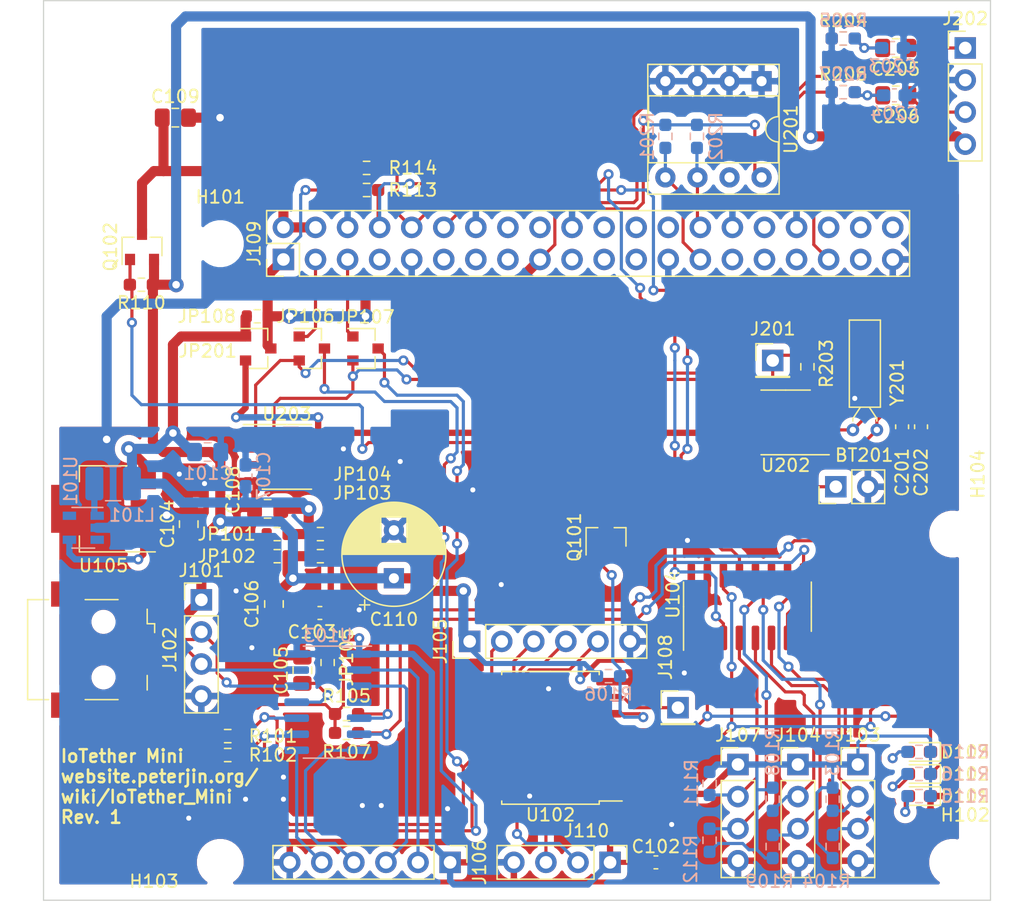
<source format=kicad_pcb>
(kicad_pcb (version 20171130) (host pcbnew 5.1.9+dfsg1-1)
  (layers (0 F.Cu signal) (31 B.Cu signal) (34 B.Paste user) (35 F.Paste user) (36 B.SilkS user) (37 F.SilkS user) (38 B.Mask user) (39 F.Mask user) (44 Edge.Cuts user))
  (net 0 "")
  (net 1 GND)
  (net 2 "Net-(BT201-Pad1)")
  (net 3 +3V3)
  (net 4 MCP2221_VDD)
  (net 5 +5V)
  (net 6 "Net-(C105-Pad1)")
  (net 7 /SBC_5V)
  (net 8 "Net-(C201-Pad1)")
  (net 9 "Net-(C202-Pad1)")
  (net 10 "Net-(C203-Pad1)")
  (net 11 "Net-(C204-Pad1)")
  (net 12 "Net-(C205-Pad1)")
  (net 13 "Net-(C206-Pad1)")
  (net 14 /D+)
  (net 15 /D-)
  (net 16 /5V_USB)
  (net 17 "Net-(J102-Pad4)")
  (net 18 /AUX1_RX)
  (net 19 /AUX1_TX)
  (net 20 /AUX2_RX)
  (net 21 /AUX2_TX)
  (net 22 "Net-(J105-Pad5)")
  (net 23 "Net-(J105-Pad4)")
  (net 24 "Net-(J105-Pad3)")
  (net 25 "Net-(J105-Pad2)")
  (net 26 "Net-(J106-Pad5)")
  (net 27 "Net-(J106-Pad4)")
  (net 28 "Net-(J106-Pad3)")
  (net 29 "Net-(J106-Pad2)")
  (net 30 "Net-(J108-Pad1)")
  (net 31 "Net-(J109-Pad40)")
  (net 32 "Net-(J109-Pad38)")
  (net 33 "Net-(J109-Pad37)")
  (net 34 "Net-(J109-Pad36)")
  (net 35 PWM_B)
  (net 36 "Net-(J109-Pad33)")
  (net 37 "Net-(J109-Pad32)")
  (net 38 "Net-(J109-Pad31)")
  (net 39 "Net-(J109-Pad29)")
  (net 40 SCL_EEPROM)
  (net 41 SDA_EEPROM)
  (net 42 "Net-(J109-Pad26)")
  (net 43 "Net-(J109-Pad24)")
  (net 44 "Net-(J109-Pad23)")
  (net 45 "Net-(J109-Pad22)")
  (net 46 "Net-(J109-Pad21)")
  (net 47 "Net-(J109-Pad19)")
  (net 48 "Net-(J109-Pad18)")
  (net 49 SBC_3V3)
  (net 50 "Net-(J109-Pad16)")
  (net 51 "Net-(J109-Pad15)")
  (net 52 "Net-(J109-Pad13)")
  (net 53 PWM_A)
  (net 54 "Net-(J109-Pad11)")
  (net 55 /PI_RX)
  (net 56 /PI_TX)
  (net 57 "Net-(J109-Pad7)")
  (net 58 /SCL_SBC)
  (net 59 /SDA_SBC)
  (net 60 /SCL_MCP)
  (net 61 /SDA_MCP)
  (net 62 "Net-(J201-Pad1)")
  (net 63 SDA_C)
  (net 64 SCL_C)
  (net 65 3.3V_C)
  (net 66 "Net-(L101-Pad1)")
  (net 67 "Net-(Q101-Pad3)")
  (net 68 "Net-(Q101-Pad1)")
  (net 69 /RX_COMMON)
  (net 70 /TX_COMMON)
  (net 71 "Net-(U101-Pad5)")
  (net 72 "Net-(U101-Pad3)")
  (net 73 "Net-(U102-Pad13)")
  (net 74 /SW1)
  (net 75 /SW0)
  (net 76 "Net-(U103-Pad4)")
  (net 77 /AUX3_RX)
  (net 78 /AUX3_TX)
  (net 79 "Net-(U201-Pad7)")
  (net 80 "Net-(U203-Pad3)")
  (net 81 "Net-(D101-Pad2)")
  (net 82 "Net-(D102-Pad2)")
  (net 83 "Net-(D103-Pad2)")
  (module Capacitor_THT:CP_Radial_D8.0mm_P3.80mm (layer F.Cu) (at 77.75 99.5 90)
    (fp_text reference C110 (at -3.25 0 180) (layer F.SilkS))
    (fp_text value 68uF)
    (pad 2 thru_hole circle (at 3.8 0 90) (size 1.6 1.6) (drill 0.8) (layers *.Cu *.Mask) (net 1 GND))
    (pad 1 thru_hole rect (at 0 0 90) (size 1.6 1.6) (drill 0.8) (layers *.Cu *.Mask) (net 5 +5V))
  )
  (module Resistor_SMD:R_0603_1608Metric_Pad0.98x0.95mm_HandSolder (layer B.Cu) (at 119.3375 113.25 180)
    (fp_text reference R117 (at -3.6625 0) (layer B.SilkS) (effects (justify mirror)))
    (fp_text value 470)
    (pad 2 smd roundrect (at 0.9125 0 180) (size 0.975 0.95) (layers B.Cu B.Paste B.Mask) (net 83 "Net-(D103-Pad2)"))
    (pad 1 smd roundrect (at -0.9125 0 180) (size 0.975 0.95) (layers B.Cu B.Paste B.Mask) (net 4 MCP2221_VDD))
  )
  (module Resistor_SMD:R_0603_1608Metric_Pad0.98x0.95mm_HandSolder (layer B.Cu) (at 119.3375 115 180)
    (fp_text reference R116 (at -3.6625 0) (layer B.SilkS) (effects (justify mirror)))
    (fp_text value 470)
    (pad 2 smd roundrect (at 0.9125 0 180) (size 0.975 0.95) (layers B.Cu B.Paste B.Mask) (net 82 "Net-(D102-Pad2)"))
    (pad 1 smd roundrect (at -0.9125 0 180) (size 0.975 0.95) (layers B.Cu B.Paste B.Mask) (net 4 MCP2221_VDD))
  )
  (module Resistor_SMD:R_0603_1608Metric_Pad0.98x0.95mm_HandSolder (layer B.Cu) (at 119.3375 116.75 180)
    (fp_text reference R115 (at -3.6625 0) (layer B.SilkS) (effects (justify mirror)))
    (fp_text value 470)
    (pad 2 smd roundrect (at 0.9125 0 180) (size 0.975 0.95) (layers B.Cu B.Paste B.Mask) (net 81 "Net-(D101-Pad2)"))
    (pad 1 smd roundrect (at -0.9125 0 180) (size 0.975 0.95) (layers B.Cu B.Paste B.Mask) (net 4 MCP2221_VDD))
  )
  (module LED_SMD:LED_0603_1608Metric_Pad1.05x0.95mm_HandSolder (layer F.Cu) (at 119.375 113.25 180)
    (fp_text reference D103 (at -3.625 0) (layer F.SilkS))
    (fp_text value LED)
    (pad 2 smd roundrect (at 0.875 0 180) (size 1.05 0.95) (layers F.Cu F.Paste F.Mask) (net 83 "Net-(D103-Pad2)"))
    (pad 1 smd roundrect (at -0.875 0 180) (size 1.05 0.95) (layers F.Cu F.Paste F.Mask) (net 74 /SW1))
  )
  (module LED_SMD:LED_0603_1608Metric_Pad1.05x0.95mm_HandSolder (layer F.Cu) (at 119.375 115 180)
    (fp_text reference D102 (at -3.625 0) (layer F.SilkS))
    (fp_text value LED)
    (pad 2 smd roundrect (at 0.875 0 180) (size 1.05 0.95) (layers F.Cu F.Paste F.Mask) (net 82 "Net-(D102-Pad2)"))
    (pad 1 smd roundrect (at -0.875 0 180) (size 1.05 0.95) (layers F.Cu F.Paste F.Mask) (net 75 /SW0))
  )
  (module LED_SMD:LED_0603_1608Metric_Pad1.05x0.95mm_HandSolder (layer F.Cu) (at 119.375 116.75 180)
    (fp_text reference D101 (at -3.625 0) (layer F.SilkS))
    (fp_text value LED)
    (pad 2 smd roundrect (at 0.875 0 180) (size 1.05 0.95) (layers F.Cu F.Paste F.Mask) (net 81 "Net-(D101-Pad2)"))
    (pad 1 smd roundrect (at -0.875 0 180) (size 1.05 0.95) (layers F.Cu F.Paste F.Mask) (net 1 GND))
  )
  (module Crystal:Crystal_C26-LF_D2.1mm_L6.5mm_Horizontal (layer F.Cu) (at 116 87.75 180)
    (fp_text reference Y201 (at -1.6 3.75 90) (layer F.SilkS))
    (fp_text value 32.768kHz)
    (pad 2 thru_hole circle (at 1.9 0 180) (size 1 1) (drill 0.5) (layers *.Cu *.Mask) (net 9 "Net-(C202-Pad1)"))
    (pad 1 thru_hole circle (at 0 0 180) (size 1 1) (drill 0.5) (layers *.Cu *.Mask) (net 8 "Net-(C201-Pad1)"))
  )
  (module Package_SO:SOIC-8_3.9x4.9mm_P1.27mm (layer F.Cu) (at 69.275 89.885)
    (fp_text reference U203 (at 0 -3.4) (layer F.SilkS))
    (fp_text value LM75B)
    (pad 8 smd roundrect (at 2.475 -1.905) (size 1.95 0.6) (layers F.Cu F.Paste F.Mask) (net 65 3.3V_C))
    (pad 7 smd roundrect (at 2.475 -0.635) (size 1.95 0.6) (layers F.Cu F.Paste F.Mask) (net 1 GND))
    (pad 6 smd roundrect (at 2.475 0.635) (size 1.95 0.6) (layers F.Cu F.Paste F.Mask) (net 1 GND))
    (pad 5 smd roundrect (at 2.475 1.905) (size 1.95 0.6) (layers F.Cu F.Paste F.Mask) (net 1 GND))
    (pad 4 smd roundrect (at -2.475 1.905) (size 1.95 0.6) (layers F.Cu F.Paste F.Mask) (net 1 GND))
    (pad 3 smd roundrect (at -2.475 0.635) (size 1.95 0.6) (layers F.Cu F.Paste F.Mask) (net 80 "Net-(U203-Pad3)"))
    (pad 2 smd roundrect (at -2.475 -0.635) (size 1.95 0.6) (layers F.Cu F.Paste F.Mask) (net 64 SCL_C))
    (pad 1 smd roundrect (at -2.475 -1.905) (size 1.95 0.6) (layers F.Cu F.Paste F.Mask) (net 63 SDA_C))
  )
  (module Package_SO:SOIC-8_3.9x4.9mm_P1.27mm (layer F.Cu) (at 108.775 87.155 180)
    (fp_text reference U202 (at 0 -3.4) (layer F.SilkS))
    (fp_text value MCP7940N-xSN)
    (pad 8 smd roundrect (at 2.475 -1.905 180) (size 1.95 0.6) (layers F.Cu F.Paste F.Mask) (net 65 3.3V_C))
    (pad 7 smd roundrect (at 2.475 -0.635 180) (size 1.95 0.6) (layers F.Cu F.Paste F.Mask) (net 62 "Net-(J201-Pad1)"))
    (pad 6 smd roundrect (at 2.475 0.635 180) (size 1.95 0.6) (layers F.Cu F.Paste F.Mask) (net 64 SCL_C))
    (pad 5 smd roundrect (at 2.475 1.905 180) (size 1.95 0.6) (layers F.Cu F.Paste F.Mask) (net 63 SDA_C))
    (pad 4 smd roundrect (at -2.475 1.905 180) (size 1.95 0.6) (layers F.Cu F.Paste F.Mask) (net 1 GND))
    (pad 3 smd roundrect (at -2.475 0.635 180) (size 1.95 0.6) (layers F.Cu F.Paste F.Mask) (net 2 "Net-(BT201-Pad1)"))
    (pad 2 smd roundrect (at -2.475 -0.635 180) (size 1.95 0.6) (layers F.Cu F.Paste F.Mask) (net 9 "Net-(C202-Pad1)"))
    (pad 1 smd roundrect (at -2.475 -1.905 180) (size 1.95 0.6) (layers F.Cu F.Paste F.Mask) (net 8 "Net-(C201-Pad1)"))
  )
  (module Package_DIP:DIP-8_W7.62mm_Socket (layer F.Cu) (at 106.87 60.13 270)
    (fp_text reference U201 (at 3.81 -2.33 90) (layer F.SilkS))
    (fp_text value 24LC16)
    (pad 8 thru_hole oval (at 7.62 0 270) (size 1.6 1.6) (drill 0.8) (layers *.Cu *.Mask) (net 49 SBC_3V3))
    (pad 4 thru_hole oval (at 0 7.62 270) (size 1.6 1.6) (drill 0.8) (layers *.Cu *.Mask) (net 1 GND))
    (pad 7 thru_hole oval (at 7.62 2.54 270) (size 1.6 1.6) (drill 0.8) (layers *.Cu *.Mask) (net 79 "Net-(U201-Pad7)"))
    (pad 3 thru_hole oval (at 0 5.08 270) (size 1.6 1.6) (drill 0.8) (layers *.Cu *.Mask) (net 1 GND))
    (pad 6 thru_hole oval (at 7.62 5.08 270) (size 1.6 1.6) (drill 0.8) (layers *.Cu *.Mask) (net 40 SCL_EEPROM))
    (pad 2 thru_hole oval (at 0 2.54 270) (size 1.6 1.6) (drill 0.8) (layers *.Cu *.Mask) (net 1 GND))
    (pad 5 thru_hole oval (at 7.62 7.62 270) (size 1.6 1.6) (drill 0.8) (layers *.Cu *.Mask) (net 41 SDA_EEPROM))
    (pad 1 thru_hole rect (at 0 0 270) (size 1.6 1.6) (drill 0.8) (layers *.Cu *.Mask) (net 1 GND))
  )
  (module Package_TO_SOT_SMD:SOT-223-3_TabPin2 (layer F.Cu) (at 54.75 94 180)
    (fp_text reference U105 (at 0 -4.5) (layer F.SilkS))
    (fp_text value TC1262-33)
    (pad 1 smd rect (at -3.15 -2.3 180) (size 2 1.5) (layers F.Cu F.Paste F.Mask) (net 5 +5V))
    (pad 3 smd rect (at -3.15 2.3 180) (size 2 1.5) (layers F.Cu F.Paste F.Mask) (net 3 +3V3))
    (pad 2 smd rect (at -3.15 0 180) (size 2 1.5) (layers F.Cu F.Paste F.Mask) (net 1 GND))
    (pad 2 smd rect (at 3.15 0 180) (size 2 3.8) (layers F.Cu F.Paste F.Mask) (net 1 GND))
  )
  (module Package_SO:SOIC-16_3.9x9.9mm_P1.27mm (layer F.Cu) (at 105.75 101.75 90)
    (fp_text reference U104 (at 1 -5.9 90) (layer F.SilkS))
    (fp_text value SN74CBT3253)
    (pad 16 smd roundrect (at 2.475 -4.445 90) (size 1.95 0.6) (layers F.Cu F.Paste F.Mask) (net 5 +5V))
    (pad 15 smd roundrect (at 2.475 -3.175 90) (size 1.95 0.6) (layers F.Cu F.Paste F.Mask) (net 1 GND))
    (pad 14 smd roundrect (at 2.475 -1.905 90) (size 1.95 0.6) (layers F.Cu F.Paste F.Mask) (net 75 /SW0))
    (pad 13 smd roundrect (at 2.475 -0.635 90) (size 1.95 0.6) (layers F.Cu F.Paste F.Mask) (net 55 /PI_RX))
    (pad 12 smd roundrect (at 2.475 0.635 90) (size 1.95 0.6) (layers F.Cu F.Paste F.Mask) (net 77 /AUX3_RX))
    (pad 11 smd roundrect (at 2.475 1.905 90) (size 1.95 0.6) (layers F.Cu F.Paste F.Mask) (net 20 /AUX2_RX))
    (pad 10 smd roundrect (at 2.475 3.175 90) (size 1.95 0.6) (layers F.Cu F.Paste F.Mask) (net 18 /AUX1_RX))
    (pad 9 smd roundrect (at 2.475 4.445 90) (size 1.95 0.6) (layers F.Cu F.Paste F.Mask) (net 70 /TX_COMMON))
    (pad 8 smd roundrect (at -2.475 4.445 90) (size 1.95 0.6) (layers F.Cu F.Paste F.Mask) (net 1 GND))
    (pad 7 smd roundrect (at -2.475 3.175 90) (size 1.95 0.6) (layers F.Cu F.Paste F.Mask) (net 69 /RX_COMMON))
    (pad 6 smd roundrect (at -2.475 1.905 90) (size 1.95 0.6) (layers F.Cu F.Paste F.Mask) (net 19 /AUX1_TX))
    (pad 5 smd roundrect (at -2.475 0.635 90) (size 1.95 0.6) (layers F.Cu F.Paste F.Mask) (net 21 /AUX2_TX))
    (pad 4 smd roundrect (at -2.475 -0.635 90) (size 1.95 0.6) (layers F.Cu F.Paste F.Mask) (net 78 /AUX3_TX))
    (pad 3 smd roundrect (at -2.475 -1.905 90) (size 1.95 0.6) (layers F.Cu F.Paste F.Mask) (net 56 /PI_TX))
    (pad 2 smd roundrect (at -2.475 -3.175 90) (size 1.95 0.6) (layers F.Cu F.Paste F.Mask) (net 74 /SW1))
    (pad 1 smd roundrect (at -2.475 -4.445 90) (size 1.95 0.6) (layers F.Cu F.Paste F.Mask) (net 1 GND))
  )
  (module Package_SO:SOIC-14_3.9x8.7mm_P1.27mm (layer B.Cu) (at 72.525 109.31 180)
    (fp_text reference U103 (at 0 5.28) (layer B.SilkS) (effects (justify mirror)))
    (fp_text value MCP2221AxSL)
    (pad 1 smd roundrect (at -2.475 3.81 180) (size 1.95 0.6) (layers B.Cu B.Paste B.Mask) (net 4 MCP2221_VDD))
    (pad 2 smd roundrect (at -2.475 2.54 180) (size 1.95 0.6) (layers B.Cu B.Paste B.Mask) (net 29 "Net-(J106-Pad2)"))
    (pad 3 smd roundrect (at -2.475 1.27 180) (size 1.95 0.6) (layers B.Cu B.Paste B.Mask) (net 28 "Net-(J106-Pad3)"))
    (pad 4 smd roundrect (at -2.475 0 180) (size 1.95 0.6) (layers B.Cu B.Paste B.Mask) (net 76 "Net-(U103-Pad4)"))
    (pad 5 smd roundrect (at -2.475 -1.27 180) (size 1.95 0.6) (layers B.Cu B.Paste B.Mask) (net 69 /RX_COMMON))
    (pad 6 smd roundrect (at -2.475 -2.54 180) (size 1.95 0.6) (layers B.Cu B.Paste B.Mask) (net 70 /TX_COMMON))
    (pad 7 smd roundrect (at -2.475 -3.81 180) (size 1.95 0.6) (layers B.Cu B.Paste B.Mask) (net 27 "Net-(J106-Pad4)"))
    (pad 8 smd roundrect (at 2.475 -3.81 180) (size 1.95 0.6) (layers B.Cu B.Paste B.Mask) (net 26 "Net-(J106-Pad5)"))
    (pad 9 smd roundrect (at 2.475 -2.54 180) (size 1.95 0.6) (layers B.Cu B.Paste B.Mask) (net 61 /SDA_MCP))
    (pad 10 smd roundrect (at 2.475 -1.27 180) (size 1.95 0.6) (layers B.Cu B.Paste B.Mask) (net 60 /SCL_MCP))
    (pad 11 smd roundrect (at 2.475 0 180) (size 1.95 0.6) (layers B.Cu B.Paste B.Mask) (net 6 "Net-(C105-Pad1)"))
    (pad 12 smd roundrect (at 2.475 1.27 180) (size 1.95 0.6) (layers B.Cu B.Paste B.Mask) (net 15 /D-))
    (pad 13 smd roundrect (at 2.475 2.54 180) (size 1.95 0.6) (layers B.Cu B.Paste B.Mask) (net 14 /D+))
    (pad 14 smd roundrect (at 2.475 3.81 180) (size 1.95 0.6) (layers B.Cu B.Paste B.Mask) (net 1 GND))
  )
  (module Package_SO:SOIC-16W_7.5x10.3mm_P1.27mm (layer F.Cu) (at 90.15 112.135 180)
    (fp_text reference U102 (at 0 -6.1 180) (layer F.SilkS))
    (fp_text value PCF8574)
    (pad 16 smd roundrect (at 4.65 -4.445 180) (size 2.05 0.6) (layers F.Cu F.Paste F.Mask) (net 4 MCP2221_VDD))
    (pad 15 smd roundrect (at 4.65 -3.175 180) (size 2.05 0.6) (layers F.Cu F.Paste F.Mask) (net 61 /SDA_MCP))
    (pad 14 smd roundrect (at 4.65 -1.905 180) (size 2.05 0.6) (layers F.Cu F.Paste F.Mask) (net 60 /SCL_MCP))
    (pad 13 smd roundrect (at 4.65 -0.635 180) (size 2.05 0.6) (layers F.Cu F.Paste F.Mask) (net 73 "Net-(U102-Pad13)"))
    (pad 12 smd roundrect (at 4.65 0.635 180) (size 2.05 0.6) (layers F.Cu F.Paste F.Mask) (net 22 "Net-(J105-Pad5)"))
    (pad 11 smd roundrect (at 4.65 1.905 180) (size 2.05 0.6) (layers F.Cu F.Paste F.Mask) (net 23 "Net-(J105-Pad4)"))
    (pad 10 smd roundrect (at 4.65 3.175 180) (size 2.05 0.6) (layers F.Cu F.Paste F.Mask) (net 24 "Net-(J105-Pad3)"))
    (pad 9 smd roundrect (at 4.65 4.445 180) (size 2.05 0.6) (layers F.Cu F.Paste F.Mask) (net 25 "Net-(J105-Pad2)"))
    (pad 8 smd roundrect (at -4.65 4.445 180) (size 2.05 0.6) (layers F.Cu F.Paste F.Mask) (net 1 GND))
    (pad 7 smd roundrect (at -4.65 3.175 180) (size 2.05 0.6) (layers F.Cu F.Paste F.Mask) (net 30 "Net-(J108-Pad1)"))
    (pad 6 smd roundrect (at -4.65 1.905 180) (size 2.05 0.6) (layers F.Cu F.Paste F.Mask) (net 68 "Net-(Q101-Pad1)"))
    (pad 5 smd roundrect (at -4.65 0.635 180) (size 2.05 0.6) (layers F.Cu F.Paste F.Mask) (net 74 /SW1))
    (pad 4 smd roundrect (at -4.65 -0.635 180) (size 2.05 0.6) (layers F.Cu F.Paste F.Mask) (net 75 /SW0))
    (pad 3 smd roundrect (at -4.65 -1.905 180) (size 2.05 0.6) (layers F.Cu F.Paste F.Mask) (net 1 GND))
    (pad 2 smd roundrect (at -4.65 -3.175 180) (size 2.05 0.6) (layers F.Cu F.Paste F.Mask) (net 1 GND))
    (pad 1 smd roundrect (at -4.65 -4.445 180) (size 2.05 0.6) (layers F.Cu F.Paste F.Mask) (net 4 MCP2221_VDD))
  )
  (module Package_TO_SOT_SMD:SOT-23-5 (layer B.Cu) (at 53.15 95.5 180)
    (fp_text reference U101 (at 1 3.75 90) (layer B.SilkS) (effects (justify mirror)))
    (fp_text value TPS613222ADBV)
    (pad 5 smd rect (at 1.1 0.95 180) (size 1.06 0.65) (layers B.Cu B.Paste B.Mask) (net 71 "Net-(U101-Pad5)"))
    (pad 4 smd rect (at 1.1 -0.95 180) (size 1.06 0.65) (layers B.Cu B.Paste B.Mask) (net 5 +5V))
    (pad 3 smd rect (at -1.1 -0.95 180) (size 1.06 0.65) (layers B.Cu B.Paste B.Mask) (net 72 "Net-(U101-Pad3)"))
    (pad 2 smd rect (at -1.1 0 180) (size 1.06 0.65) (layers B.Cu B.Paste B.Mask) (net 1 GND))
    (pad 1 smd rect (at -1.1 0.95 180) (size 1.06 0.65) (layers B.Cu B.Paste B.Mask) (net 66 "Net-(L101-Pad1)"))
  )
  (module Resistor_SMD:R_0603_1608Metric_Pad0.98x0.95mm_HandSolder (layer B.Cu) (at 113.3375 61 180)
    (fp_text reference R207 (at 0 1.43) (layer B.SilkS) (effects (justify mirror)))
    (fp_text value 220)
    (pad 2 smd roundrect (at 0.9125 0 180) (size 0.975 0.95) (layers B.Cu B.Paste B.Mask) (net 1 GND))
    (pad 1 smd roundrect (at -0.9125 0 180) (size 0.975 0.95) (layers B.Cu B.Paste B.Mask) (net 11 "Net-(C204-Pad1)"))
  )
  (module Resistor_SMD:R_0603_1608Metric_Pad0.98x0.95mm_HandSolder (layer F.Cu) (at 113.3375 61)
    (fp_text reference R206 (at 0 -1.43) (layer F.SilkS))
    (fp_text value 220)
    (pad 2 smd roundrect (at 0.9125 0) (size 0.975 0.95) (layers F.Cu F.Paste F.Mask) (net 11 "Net-(C204-Pad1)"))
    (pad 1 smd roundrect (at -0.9125 0) (size 0.975 0.95) (layers F.Cu F.Paste F.Mask) (net 35 PWM_B))
  )
  (module Resistor_SMD:R_0603_1608Metric_Pad0.98x0.95mm_HandSolder (layer B.Cu) (at 113.3375 56.75 180)
    (fp_text reference R205 (at 0 1.43) (layer B.SilkS) (effects (justify mirror)))
    (fp_text value 220)
    (pad 2 smd roundrect (at 0.9125 0 180) (size 0.975 0.95) (layers B.Cu B.Paste B.Mask) (net 1 GND))
    (pad 1 smd roundrect (at -0.9125 0 180) (size 0.975 0.95) (layers B.Cu B.Paste B.Mask) (net 10 "Net-(C203-Pad1)"))
  )
  (module Resistor_SMD:R_0603_1608Metric_Pad0.98x0.95mm_HandSolder (layer F.Cu) (at 113.3375 56.75)
    (fp_text reference R204 (at 0 -1.43) (layer F.SilkS))
    (fp_text value 220)
    (pad 2 smd roundrect (at 0.9125 0) (size 0.975 0.95) (layers F.Cu F.Paste F.Mask) (net 10 "Net-(C203-Pad1)"))
    (pad 1 smd roundrect (at -0.9125 0) (size 0.975 0.95) (layers F.Cu F.Paste F.Mask) (net 53 PWM_A))
  )
  (module Resistor_SMD:R_0603_1608Metric_Pad0.98x0.95mm_HandSolder (layer F.Cu) (at 110.5 82.75 90)
    (fp_text reference R203 (at 0.25 1.5 90) (layer F.SilkS))
    (fp_text value 47k)
    (pad 2 smd roundrect (at 0.9125 0 90) (size 0.975 0.95) (layers F.Cu F.Paste F.Mask) (net 62 "Net-(J201-Pad1)"))
    (pad 1 smd roundrect (at -0.9125 0 90) (size 0.975 0.95) (layers F.Cu F.Paste F.Mask) (net 65 3.3V_C))
  )
  (module Resistor_SMD:R_0603_1608Metric_Pad0.98x0.95mm_HandSolder (layer B.Cu) (at 101.75 64.5 270)
    (fp_text reference R202 (at 0 -1.5 90) (layer B.SilkS) (effects (justify mirror)))
    (fp_text value 3.9k)
    (pad 2 smd roundrect (at 0.9125 0 270) (size 0.975 0.95) (layers B.Cu B.Paste B.Mask) (net 40 SCL_EEPROM))
    (pad 1 smd roundrect (at -0.9125 0 270) (size 0.975 0.95) (layers B.Cu B.Paste B.Mask) (net 49 SBC_3V3))
  )
  (module Resistor_SMD:R_0603_1608Metric_Pad0.98x0.95mm_HandSolder (layer B.Cu) (at 99.25 64.5 270)
    (fp_text reference R201 (at 0 1.43 90) (layer B.SilkS) (effects (justify mirror)))
    (fp_text value 3.9k)
    (pad 2 smd roundrect (at 0.9125 0 270) (size 0.975 0.95) (layers B.Cu B.Paste B.Mask) (net 41 SDA_EEPROM))
    (pad 1 smd roundrect (at -0.9125 0 270) (size 0.975 0.95) (layers B.Cu B.Paste B.Mask) (net 49 SBC_3V3))
  )
  (module Resistor_SMD:R_0603_1608Metric_Pad0.98x0.95mm_HandSolder (layer F.Cu) (at 75.5875 67)
    (fp_text reference R114 (at 3.6625 0) (layer F.SilkS))
    (fp_text value 680k)
    (pad 2 smd roundrect (at 0.9125 0) (size 0.975 0.95) (layers F.Cu F.Paste F.Mask) (net 55 /PI_RX))
    (pad 1 smd roundrect (at -0.9125 0) (size 0.975 0.95) (layers F.Cu F.Paste F.Mask) (net 49 SBC_3V3))
  )
  (module Resistor_SMD:R_0603_1608Metric_Pad0.98x0.95mm_HandSolder (layer F.Cu) (at 75.5875 68.75)
    (fp_text reference R113 (at 3.6625 0) (layer F.SilkS))
    (fp_text value 680k)
    (pad 2 smd roundrect (at 0.9125 0) (size 0.975 0.95) (layers F.Cu F.Paste F.Mask) (net 56 /PI_TX))
    (pad 1 smd roundrect (at -0.9125 0) (size 0.975 0.95) (layers F.Cu F.Paste F.Mask) (net 49 SBC_3V3))
  )
  (module Resistor_SMD:R_0603_1608Metric_Pad0.98x0.95mm_HandSolder (layer B.Cu) (at 102.75 120.25 90)
    (fp_text reference R112 (at -1.5 -1.5 270) (layer B.SilkS) (effects (justify mirror)))
    (fp_text value 680k)
    (pad 2 smd roundrect (at 0.9125 0 90) (size 0.975 0.95) (layers B.Cu B.Paste B.Mask) (net 77 /AUX3_RX))
    (pad 1 smd roundrect (at -0.9125 0 90) (size 0.975 0.95) (layers B.Cu B.Paste B.Mask) (net 4 MCP2221_VDD))
  )
  (module Resistor_SMD:R_0603_1608Metric_Pad0.98x0.95mm_HandSolder (layer B.Cu) (at 102.75 115.75 270)
    (fp_text reference R111 (at 0 1.43 270) (layer B.SilkS) (effects (justify mirror)))
    (fp_text value 680k)
    (pad 2 smd roundrect (at 0.9125 0 270) (size 0.975 0.95) (layers B.Cu B.Paste B.Mask) (net 78 /AUX3_TX))
    (pad 1 smd roundrect (at -0.9125 0 270) (size 0.975 0.95) (layers B.Cu B.Paste B.Mask) (net 4 MCP2221_VDD))
  )
  (module Resistor_SMD:R_0603_1608Metric_Pad0.98x0.95mm_HandSolder (layer F.Cu) (at 57.75 76.25 180)
    (fp_text reference R110 (at 0 -1.43) (layer F.SilkS))
    (fp_text value 47k)
    (pad 2 smd roundrect (at 0.9125 0 180) (size 0.975 0.95) (layers F.Cu F.Paste F.Mask) (net 67 "Net-(Q101-Pad3)"))
    (pad 1 smd roundrect (at -0.9125 0 180) (size 0.975 0.95) (layers F.Cu F.Paste F.Mask) (net 5 +5V))
  )
  (module Resistor_SMD:R_0603_1608Metric_Pad0.98x0.95mm_HandSolder (layer B.Cu) (at 107.75 120.75 90)
    (fp_text reference R109 (at -2.75 -0.25 180) (layer B.SilkS) (effects (justify mirror)))
    (fp_text value 680k)
    (pad 2 smd roundrect (at 0.9125 0 90) (size 0.975 0.95) (layers B.Cu B.Paste B.Mask) (net 20 /AUX2_RX))
    (pad 1 smd roundrect (at -0.9125 0 90) (size 0.975 0.95) (layers B.Cu B.Paste B.Mask) (net 4 MCP2221_VDD))
  )
  (module Resistor_SMD:R_0603_1608Metric_Pad0.98x0.95mm_HandSolder (layer B.Cu) (at 107.75 117 270)
    (fp_text reference R108 (at -3.75 0 270) (layer B.SilkS) (effects (justify mirror)))
    (fp_text value 680k)
    (pad 2 smd roundrect (at 0.9125 0 270) (size 0.975 0.95) (layers B.Cu B.Paste B.Mask) (net 21 /AUX2_TX))
    (pad 1 smd roundrect (at -0.9125 0 270) (size 0.975 0.95) (layers B.Cu B.Paste B.Mask) (net 4 MCP2221_VDD))
  )
  (module Resistor_SMD:R_0603_1608Metric_Pad0.98x0.95mm_HandSolder (layer F.Cu) (at 74 111.75)
    (fp_text reference R107 (at 0 1.5) (layer F.SilkS))
    (fp_text value 680k)
    (pad 2 smd roundrect (at 0.9125 0) (size 0.975 0.95) (layers F.Cu F.Paste F.Mask) (net 70 /TX_COMMON))
    (pad 1 smd roundrect (at -0.9125 0) (size 0.975 0.95) (layers F.Cu F.Paste F.Mask) (net 4 MCP2221_VDD))
  )
  (module Resistor_SMD:R_0603_1608Metric_Pad0.98x0.95mm_HandSolder (layer B.Cu) (at 94.75 107.25)
    (fp_text reference R106 (at 0 1.43) (layer B.SilkS) (effects (justify mirror)))
    (fp_text value 47k)
    (pad 2 smd roundrect (at 0.9125 0) (size 0.975 0.95) (layers B.Cu B.Paste B.Mask) (net 68 "Net-(Q101-Pad1)"))
    (pad 1 smd roundrect (at -0.9125 0) (size 0.975 0.95) (layers B.Cu B.Paste B.Mask) (net 5 +5V))
  )
  (module Resistor_SMD:R_0603_1608Metric_Pad0.98x0.95mm_HandSolder (layer F.Cu) (at 74 110.25)
    (fp_text reference R105 (at 0 -1.43) (layer F.SilkS))
    (fp_text value 680k)
    (pad 2 smd roundrect (at 0.9125 0) (size 0.975 0.95) (layers F.Cu F.Paste F.Mask) (net 69 /RX_COMMON))
    (pad 1 smd roundrect (at -0.9125 0) (size 0.975 0.95) (layers F.Cu F.Paste F.Mask) (net 4 MCP2221_VDD))
  )
  (module Resistor_SMD:R_0603_1608Metric_Pad0.98x0.95mm_HandSolder (layer B.Cu) (at 112.5 120.75 90)
    (fp_text reference R104 (at -2.75 -0.5 180) (layer B.SilkS) (effects (justify mirror)))
    (fp_text value 680k)
    (pad 2 smd roundrect (at 0.9125 0 90) (size 0.975 0.95) (layers B.Cu B.Paste B.Mask) (net 18 /AUX1_RX))
    (pad 1 smd roundrect (at -0.9125 0 90) (size 0.975 0.95) (layers B.Cu B.Paste B.Mask) (net 4 MCP2221_VDD))
  )
  (module Resistor_SMD:R_0603_1608Metric_Pad0.98x0.95mm_HandSolder (layer B.Cu) (at 112.5 117 270)
    (fp_text reference R103 (at -3.75 0 90) (layer B.SilkS) (effects (justify mirror)))
    (fp_text value 680k)
    (pad 2 smd roundrect (at 0.9125 0 270) (size 0.975 0.95) (layers B.Cu B.Paste B.Mask) (net 19 /AUX1_TX))
    (pad 1 smd roundrect (at -0.9125 0 270) (size 0.975 0.95) (layers B.Cu B.Paste B.Mask) (net 4 MCP2221_VDD))
  )
  (module Resistor_SMD:R_0603_1608Metric_Pad0.98x0.95mm_HandSolder (layer F.Cu) (at 64.5875 113.5)
    (fp_text reference R102 (at 3.5875 0) (layer F.SilkS))
    (fp_text value 2.2k)
    (pad 2 smd roundrect (at 0.9125 0) (size 0.975 0.95) (layers F.Cu F.Paste F.Mask) (net 61 /SDA_MCP))
    (pad 1 smd roundrect (at -0.9125 0) (size 0.975 0.95) (layers F.Cu F.Paste F.Mask) (net 4 MCP2221_VDD))
  )
  (module Resistor_SMD:R_0603_1608Metric_Pad0.98x0.95mm_HandSolder (layer F.Cu) (at 64.5875 112)
    (fp_text reference R101 (at 3.5875 0) (layer F.SilkS))
    (fp_text value 2.2k)
    (pad 2 smd roundrect (at 0.9125 0) (size 0.975 0.95) (layers F.Cu F.Paste F.Mask) (net 60 /SCL_MCP))
    (pad 1 smd roundrect (at -0.9125 0) (size 0.975 0.95) (layers F.Cu F.Paste F.Mask) (net 4 MCP2221_VDD))
  )
  (module Package_TO_SOT_SMD:SOT-23 (layer F.Cu) (at 57.8 73.25 90)
    (fp_text reference Q102 (at 0 -2.5 90) (layer F.SilkS))
    (fp_text value Q_PMOS_GSD)
    (pad 3 smd rect (at 1 0 90) (size 0.9 0.8) (layers F.Cu F.Paste F.Mask) (net 7 /SBC_5V))
    (pad 2 smd rect (at -1 0.95 90) (size 0.9 0.8) (layers F.Cu F.Paste F.Mask) (net 5 +5V))
    (pad 1 smd rect (at -1 -0.95 90) (size 0.9 0.8) (layers F.Cu F.Paste F.Mask) (net 67 "Net-(Q101-Pad3)"))
  )
  (module Package_TO_SOT_SMD:SOT-23 (layer F.Cu) (at 94.55 96.25 90)
    (fp_text reference Q101 (at 0 -2.5 90) (layer F.SilkS))
    (fp_text value Q_NMOS_GSD)
    (pad 3 smd rect (at 1 0 90) (size 0.9 0.8) (layers F.Cu F.Paste F.Mask) (net 67 "Net-(Q101-Pad3)"))
    (pad 2 smd rect (at -1 0.95 90) (size 0.9 0.8) (layers F.Cu F.Paste F.Mask) (net 1 GND))
    (pad 1 smd rect (at -1 -0.95 90) (size 0.9 0.8) (layers F.Cu F.Paste F.Mask) (net 68 "Net-(Q101-Pad1)"))
  )
  (module Inductor_SMD:L_1210_3225Metric_Pad1.42x2.65mm_HandSolder (layer B.Cu) (at 55.5125 92)
    (fp_text reference L101 (at 1.5 2.5) (layer B.SilkS) (effects (justify mirror)))
    (fp_text value 4.7uH)
    (pad 2 smd roundrect (at 1.4875 0) (size 1.425 2.65) (layers B.Cu B.Paste B.Mask) (roundrect_rratio 0.1754385964912281) (net 3 +3V3))
    (pad 1 smd roundrect (at -1.4875 0) (size 1.425 2.65) (layers B.Cu B.Paste B.Mask) (roundrect_rratio 0.1754385964912281) (net 66 "Net-(L101-Pad1)"))
  )
  (module Package_TO_SOT_SMD:SOT-23 (layer F.Cu) (at 67 81.3)
    (fp_text reference JP201 (at -4 0.2) (layer F.SilkS))
    (fp_text value Jumper_NC_Dual)
    (pad 3 smd rect (at 1 0) (size 0.9 0.8) (layers F.Cu F.Paste F.Mask) (net 49 SBC_3V3))
    (pad 2 smd rect (at -1 0.95) (size 0.9 0.8) (layers F.Cu F.Paste F.Mask) (net 65 3.3V_C))
    (pad 1 smd rect (at -1 -0.95) (size 0.9 0.8) (layers F.Cu F.Paste F.Mask) (net 3 +3V3))
  )
  (module Resistor_SMD:R_0603_1608Metric (layer F.Cu) (at 66.925 78.75)
    (fp_text reference JP108 (at -4 0) (layer F.SilkS))
    (fp_text value Jumper)
    (pad 2 smd roundrect (at 0.825 0) (size 0.8 0.95) (layers F.Cu F.Paste F.Mask) (net 49 SBC_3V3))
    (pad 1 smd roundrect (at -0.825 0) (size 0.8 0.95) (layers F.Cu F.Paste F.Mask) (net 3 +3V3))
  )
  (module Package_TO_SOT_SMD:SOT-23 (layer F.Cu) (at 75.5 81.3)
    (fp_text reference JP107 (at 0 -2.5) (layer F.SilkS))
    (fp_text value Jumper_NC_Dual)
    (pad 1 smd rect (at -1 -0.95) (size 0.9 0.8) (layers F.Cu F.Paste F.Mask) (net 58 /SCL_SBC))
    (pad 2 smd rect (at -1 0.95) (size 0.9 0.8) (layers F.Cu F.Paste F.Mask) (net 64 SCL_C))
    (pad 3 smd rect (at 1 0) (size 0.9 0.8) (layers F.Cu F.Paste F.Mask) (net 60 /SCL_MCP))
  )
  (module Package_TO_SOT_SMD:SOT-23 (layer F.Cu) (at 71.25 81.3)
    (fp_text reference JP106 (at -0.5 -2.55) (layer F.SilkS))
    (fp_text value Jumper_NC_Dual)
    (pad 3 smd rect (at 1 0) (size 0.9 0.8) (layers F.Cu F.Paste F.Mask) (net 61 /SDA_MCP))
    (pad 2 smd rect (at -1 0.95) (size 0.9 0.8) (layers F.Cu F.Paste F.Mask) (net 63 SDA_C))
    (pad 1 smd rect (at -1 -0.95) (size 0.9 0.8) (layers F.Cu F.Paste F.Mask) (net 59 /SDA_SBC))
  )
  (module Resistor_SMD:R_0603_1608Metric (layer F.Cu) (at 72.5 106.175 270)
    (fp_text reference JP105 (at -0.425 -1.5 90) (layer F.SilkS))
    (fp_text value Jumper)
    (pad 1 smd roundrect (at -0.825 0 270) (size 0.8 0.95) (layers F.Cu F.Paste F.Mask) (net 4 MCP2221_VDD))
    (pad 2 smd roundrect (at 0.825 0 270) (size 0.8 0.95) (layers F.Cu F.Paste F.Mask) (net 6 "Net-(C105-Pad1)"))
  )
  (module Resistor_SMD:R_0603_1608Metric (layer F.Cu) (at 71.925 96)
    (fp_text reference JP104 (at 3.325 -4.75) (layer F.SilkS))
    (fp_text value Jumper)
    (pad 2 smd roundrect (at 0.825 0) (size 0.8 0.95) (layers F.Cu F.Paste F.Mask) (net 4 MCP2221_VDD))
    (pad 1 smd roundrect (at -0.825 0) (size 0.8 0.95) (layers F.Cu F.Paste F.Mask) (net 3 +3V3))
  )
  (module Resistor_SMD:R_0603_1608Metric (layer F.Cu) (at 71.925 97.75)
    (fp_text reference JP103 (at 3.325 -5) (layer F.SilkS))
    (fp_text value Jumper)
    (pad 2 smd roundrect (at 0.825 0) (size 0.8 0.95) (layers F.Cu F.Paste F.Mask) (net 4 MCP2221_VDD))
    (pad 1 smd roundrect (at -0.825 0) (size 0.8 0.95) (layers F.Cu F.Paste F.Mask) (net 5 +5V))
  )
  (module Resistor_SMD:R_0603_1608Metric (layer F.Cu) (at 68.5 97.75 180)
    (fp_text reference JP102 (at 4 0) (layer F.SilkS))
    (fp_text value Jumper)
    (pad 2 smd roundrect (at 0.825 0 180) (size 0.8 0.95) (layers F.Cu F.Paste F.Mask) (net 16 /5V_USB))
    (pad 1 smd roundrect (at -0.825 0 180) (size 0.8 0.95) (layers F.Cu F.Paste F.Mask) (net 5 +5V))
  )
  (module Resistor_SMD:R_0603_1608Metric (layer F.Cu) (at 68.5 96 180)
    (fp_text reference JP101 (at 4 0) (layer F.SilkS))
    (fp_text value Jumper)
    (pad 2 smd roundrect (at 0.825 0 180) (size 0.8 0.95) (layers F.Cu F.Paste F.Mask) (net 16 /5V_USB))
    (pad 1 smd roundrect (at -0.825 0 180) (size 0.8 0.95) (layers F.Cu F.Paste F.Mask) (net 3 +3V3))
  )
  (module Connector_PinHeader_2.54mm:PinHeader_1x04_P2.54mm_Vertical (layer F.Cu) (at 123 57.5)
    (fp_text reference J202 (at 0 -2.33) (layer F.SilkS))
    (fp_text value Conn_01x04)
    (pad 4 thru_hole oval (at 0 7.62) (size 1.7 1.7) (drill 1) (layers *.Cu *.Mask) (net 5 +5V))
    (pad 3 thru_hole oval (at 0 5.08) (size 1.7 1.7) (drill 1) (layers *.Cu *.Mask) (net 13 "Net-(C206-Pad1)"))
    (pad 2 thru_hole oval (at 0 2.54) (size 1.7 1.7) (drill 1) (layers *.Cu *.Mask) (net 1 GND))
    (pad 1 thru_hole rect (at 0 0) (size 1.7 1.7) (drill 1) (layers *.Cu *.Mask) (net 12 "Net-(C205-Pad1)"))
  )
  (module Connector_PinHeader_2.54mm:PinHeader_1x01_P2.54mm_Vertical (layer F.Cu) (at 107.75 82.25)
    (fp_text reference J201 (at 0 -2.5) (layer F.SilkS))
    (fp_text value Conn_01x01)
    (pad 1 thru_hole rect (at 0 0) (size 1.7 1.7) (drill 1) (layers *.Cu *.Mask) (net 62 "Net-(J201-Pad1)"))
  )
  (module Connector_PinHeader_2.54mm:PinHeader_1x04_P2.54mm_Vertical (layer F.Cu) (at 94.87 122 270)
    (fp_text reference J110 (at -2.5 1.87 180) (layer F.SilkS))
    (fp_text value Conn_01x04)
    (pad 4 thru_hole oval (at 0 7.62 270) (size 1.7 1.7) (drill 1) (layers *.Cu *.Mask) (net 1 GND))
    (pad 3 thru_hole oval (at 0 5.08 270) (size 1.7 1.7) (drill 1) (layers *.Cu *.Mask) (net 60 /SCL_MCP))
    (pad 2 thru_hole oval (at 0 2.54 270) (size 1.7 1.7) (drill 1) (layers *.Cu *.Mask) (net 61 /SDA_MCP))
    (pad 1 thru_hole rect (at 0 0 270) (size 1.7 1.7) (drill 1) (layers *.Cu *.Mask) (net 4 MCP2221_VDD))
  )
  (module Connector_PinHeader_2.54mm:PinHeader_2x20_P2.54mm_Vertical (layer F.Cu) (at 69 74.25 90)
    (fp_text reference J109 (at 1.27 -2.33 90) (layer F.SilkS))
    (fp_text value Conn_02x20_Odd_Even)
    (pad 40 thru_hole oval (at 2.54 48.26 90) (size 1.7 1.7) (drill 1) (layers *.Cu *.Mask) (net 31 "Net-(J109-Pad40)"))
    (pad 39 thru_hole oval (at 0 48.26 90) (size 1.7 1.7) (drill 1) (layers *.Cu *.Mask) (net 1 GND))
    (pad 38 thru_hole oval (at 2.54 45.72 90) (size 1.7 1.7) (drill 1) (layers *.Cu *.Mask) (net 32 "Net-(J109-Pad38)"))
    (pad 37 thru_hole oval (at 0 45.72 90) (size 1.7 1.7) (drill 1) (layers *.Cu *.Mask) (net 33 "Net-(J109-Pad37)"))
    (pad 36 thru_hole oval (at 2.54 43.18 90) (size 1.7 1.7) (drill 1) (layers *.Cu *.Mask) (net 34 "Net-(J109-Pad36)"))
    (pad 35 thru_hole oval (at 0 43.18 90) (size 1.7 1.7) (drill 1) (layers *.Cu *.Mask) (net 35 PWM_B))
    (pad 34 thru_hole oval (at 2.54 40.64 90) (size 1.7 1.7) (drill 1) (layers *.Cu *.Mask) (net 1 GND))
    (pad 33 thru_hole oval (at 0 40.64 90) (size 1.7 1.7) (drill 1) (layers *.Cu *.Mask) (net 36 "Net-(J109-Pad33)"))
    (pad 32 thru_hole oval (at 2.54 38.1 90) (size 1.7 1.7) (drill 1) (layers *.Cu *.Mask) (net 37 "Net-(J109-Pad32)"))
    (pad 31 thru_hole oval (at 0 38.1 90) (size 1.7 1.7) (drill 1) (layers *.Cu *.Mask) (net 38 "Net-(J109-Pad31)"))
    (pad 30 thru_hole oval (at 2.54 35.56 90) (size 1.7 1.7) (drill 1) (layers *.Cu *.Mask) (net 1 GND))
    (pad 29 thru_hole oval (at 0 35.56 90) (size 1.7 1.7) (drill 1) (layers *.Cu *.Mask) (net 39 "Net-(J109-Pad29)"))
    (pad 28 thru_hole oval (at 2.54 33.02 90) (size 1.7 1.7) (drill 1) (layers *.Cu *.Mask) (net 40 SCL_EEPROM))
    (pad 27 thru_hole oval (at 0 33.02 90) (size 1.7 1.7) (drill 1) (layers *.Cu *.Mask) (net 41 SDA_EEPROM))
    (pad 26 thru_hole oval (at 2.54 30.48 90) (size 1.7 1.7) (drill 1) (layers *.Cu *.Mask) (net 42 "Net-(J109-Pad26)"))
    (pad 25 thru_hole oval (at 0 30.48 90) (size 1.7 1.7) (drill 1) (layers *.Cu *.Mask) (net 1 GND))
    (pad 24 thru_hole oval (at 2.54 27.94 90) (size 1.7 1.7) (drill 1) (layers *.Cu *.Mask) (net 43 "Net-(J109-Pad24)"))
    (pad 23 thru_hole oval (at 0 27.94 90) (size 1.7 1.7) (drill 1) (layers *.Cu *.Mask) (net 44 "Net-(J109-Pad23)"))
    (pad 22 thru_hole oval (at 2.54 25.4 90) (size 1.7 1.7) (drill 1) (layers *.Cu *.Mask) (net 45 "Net-(J109-Pad22)"))
    (pad 21 thru_hole oval (at 0 25.4 90) (size 1.7 1.7) (drill 1) (layers *.Cu *.Mask) (net 46 "Net-(J109-Pad21)"))
    (pad 20 thru_hole oval (at 2.54 22.86 90) (size 1.7 1.7) (drill 1) (layers *.Cu *.Mask) (net 1 GND))
    (pad 19 thru_hole oval (at 0 22.86 90) (size 1.7 1.7) (drill 1) (layers *.Cu *.Mask) (net 47 "Net-(J109-Pad19)"))
    (pad 18 thru_hole oval (at 2.54 20.32 90) (size 1.7 1.7) (drill 1) (layers *.Cu *.Mask) (net 48 "Net-(J109-Pad18)"))
    (pad 17 thru_hole oval (at 0 20.32 90) (size 1.7 1.7) (drill 1) (layers *.Cu *.Mask) (net 49 SBC_3V3))
    (pad 16 thru_hole oval (at 2.54 17.78 90) (size 1.7 1.7) (drill 1) (layers *.Cu *.Mask) (net 50 "Net-(J109-Pad16)"))
    (pad 15 thru_hole oval (at 0 17.78 90) (size 1.7 1.7) (drill 1) (layers *.Cu *.Mask) (net 51 "Net-(J109-Pad15)"))
    (pad 14 thru_hole oval (at 2.54 15.24 90) (size 1.7 1.7) (drill 1) (layers *.Cu *.Mask) (net 1 GND))
    (pad 13 thru_hole oval (at 0 15.24 90) (size 1.7 1.7) (drill 1) (layers *.Cu *.Mask) (net 52 "Net-(J109-Pad13)"))
    (pad 12 thru_hole oval (at 2.54 12.7 90) (size 1.7 1.7) (drill 1) (layers *.Cu *.Mask) (net 53 PWM_A))
    (pad 11 thru_hole oval (at 0 12.7 90) (size 1.7 1.7) (drill 1) (layers *.Cu *.Mask) (net 54 "Net-(J109-Pad11)"))
    (pad 10 thru_hole oval (at 2.54 10.16 90) (size 1.7 1.7) (drill 1) (layers *.Cu *.Mask) (net 55 /PI_RX))
    (pad 9 thru_hole oval (at 0 10.16 90) (size 1.7 1.7) (drill 1) (layers *.Cu *.Mask) (net 1 GND))
    (pad 8 thru_hole oval (at 2.54 7.62 90) (size 1.7 1.7) (drill 1) (layers *.Cu *.Mask) (net 56 /PI_TX))
    (pad 7 thru_hole oval (at 0 7.62 90) (size 1.7 1.7) (drill 1) (layers *.Cu *.Mask) (net 57 "Net-(J109-Pad7)"))
    (pad 6 thru_hole oval (at 2.54 5.08 90) (size 1.7 1.7) (drill 1) (layers *.Cu *.Mask) (net 1 GND))
    (pad 5 thru_hole oval (at 0 5.08 90) (size 1.7 1.7) (drill 1) (layers *.Cu *.Mask) (net 58 /SCL_SBC))
    (pad 4 thru_hole oval (at 2.54 2.54 90) (size 1.7 1.7) (drill 1) (layers *.Cu *.Mask) (net 7 /SBC_5V))
    (pad 3 thru_hole oval (at 0 2.54 90) (size 1.7 1.7) (drill 1) (layers *.Cu *.Mask) (net 59 /SDA_SBC))
    (pad 2 thru_hole oval (at 2.54 0 90) (size 1.7 1.7) (drill 1) (layers *.Cu *.Mask) (net 7 /SBC_5V))
    (pad 1 thru_hole rect (at 0 0 90) (size 1.7 1.7) (drill 1) (layers *.Cu *.Mask) (net 49 SBC_3V3))
  )
  (module Connector_PinHeader_2.54mm:PinHeader_1x01_P2.54mm_Vertical (layer F.Cu) (at 100.25 109.75)
    (fp_text reference J108 (at -1 -4 90) (layer F.SilkS))
    (fp_text value SBC_RUN)
    (pad 1 thru_hole rect (at 0 0) (size 1.7 1.7) (drill 1) (layers *.Cu *.Mask) (net 30 "Net-(J108-Pad1)"))
  )
  (module Connector_PinHeader_2.54mm:PinHeader_1x04_P2.54mm_Vertical (layer F.Cu) (at 105 114.25)
    (fp_text reference J107 (at 0 -2.33) (layer F.SilkS))
    (fp_text value Conn_01x04)
    (pad 4 thru_hole oval (at 0 7.62) (size 1.7 1.7) (drill 1) (layers *.Cu *.Mask) (net 1 GND))
    (pad 3 thru_hole oval (at 0 5.08) (size 1.7 1.7) (drill 1) (layers *.Cu *.Mask) (net 77 /AUX3_RX))
    (pad 2 thru_hole oval (at 0 2.54) (size 1.7 1.7) (drill 1) (layers *.Cu *.Mask) (net 78 /AUX3_TX))
    (pad 1 thru_hole rect (at 0 0) (size 1.7 1.7) (drill 1) (layers *.Cu *.Mask) (net 4 MCP2221_VDD))
  )
  (module Connector_PinHeader_2.54mm:PinHeader_1x06_P2.54mm_Vertical (layer F.Cu) (at 82.2 122 270)
    (fp_text reference J106 (at 0 -2.33 90) (layer F.SilkS))
    (fp_text value Conn_01x06)
    (pad 6 thru_hole oval (at 0 12.7 270) (size 1.7 1.7) (drill 1) (layers *.Cu *.Mask) (net 1 GND))
    (pad 5 thru_hole oval (at 0 10.16 270) (size 1.7 1.7) (drill 1) (layers *.Cu *.Mask) (net 26 "Net-(J106-Pad5)"))
    (pad 4 thru_hole oval (at 0 7.62 270) (size 1.7 1.7) (drill 1) (layers *.Cu *.Mask) (net 27 "Net-(J106-Pad4)"))
    (pad 3 thru_hole oval (at 0 5.08 270) (size 1.7 1.7) (drill 1) (layers *.Cu *.Mask) (net 28 "Net-(J106-Pad3)"))
    (pad 2 thru_hole oval (at 0 2.54 270) (size 1.7 1.7) (drill 1) (layers *.Cu *.Mask) (net 29 "Net-(J106-Pad2)"))
    (pad 1 thru_hole rect (at 0 0 270) (size 1.7 1.7) (drill 1) (layers *.Cu *.Mask) (net 4 MCP2221_VDD))
  )
  (module Connector_PinHeader_2.54mm:PinHeader_1x06_P2.54mm_Vertical (layer F.Cu) (at 83.75 104.5 90)
    (fp_text reference J105 (at 0 -2.33 90) (layer F.SilkS))
    (fp_text value Conn_01x06)
    (pad 6 thru_hole oval (at 0 12.7 90) (size 1.7 1.7) (drill 1) (layers *.Cu *.Mask) (net 1 GND))
    (pad 5 thru_hole oval (at 0 10.16 90) (size 1.7 1.7) (drill 1) (layers *.Cu *.Mask) (net 22 "Net-(J105-Pad5)"))
    (pad 4 thru_hole oval (at 0 7.62 90) (size 1.7 1.7) (drill 1) (layers *.Cu *.Mask) (net 23 "Net-(J105-Pad4)"))
    (pad 3 thru_hole oval (at 0 5.08 90) (size 1.7 1.7) (drill 1) (layers *.Cu *.Mask) (net 24 "Net-(J105-Pad3)"))
    (pad 2 thru_hole oval (at 0 2.54 90) (size 1.7 1.7) (drill 1) (layers *.Cu *.Mask) (net 25 "Net-(J105-Pad2)"))
    (pad 1 thru_hole rect (at 0 0 90) (size 1.7 1.7) (drill 1) (layers *.Cu *.Mask) (net 5 +5V))
  )
  (module Connector_PinHeader_2.54mm:PinHeader_1x04_P2.54mm_Vertical (layer F.Cu) (at 109.75 114.25)
    (fp_text reference J104 (at 0 -2.33) (layer F.SilkS))
    (fp_text value Conn_01x04)
    (pad 4 thru_hole oval (at 0 7.62) (size 1.7 1.7) (drill 1) (layers *.Cu *.Mask) (net 1 GND))
    (pad 3 thru_hole oval (at 0 5.08) (size 1.7 1.7) (drill 1) (layers *.Cu *.Mask) (net 20 /AUX2_RX))
    (pad 2 thru_hole oval (at 0 2.54) (size 1.7 1.7) (drill 1) (layers *.Cu *.Mask) (net 21 /AUX2_TX))
    (pad 1 thru_hole rect (at 0 0) (size 1.7 1.7) (drill 1) (layers *.Cu *.Mask) (net 4 MCP2221_VDD))
  )
  (module Connector_PinHeader_2.54mm:PinHeader_1x04_P2.54mm_Vertical (layer F.Cu) (at 114.5 114.25)
    (fp_text reference J103 (at 0 -2.33) (layer F.SilkS))
    (fp_text value Conn_01x04)
    (pad 4 thru_hole oval (at 0 7.62) (size 1.7 1.7) (drill 1) (layers *.Cu *.Mask) (net 1 GND))
    (pad 3 thru_hole oval (at 0 5.08) (size 1.7 1.7) (drill 1) (layers *.Cu *.Mask) (net 18 /AUX1_RX))
    (pad 2 thru_hole oval (at 0 2.54) (size 1.7 1.7) (drill 1) (layers *.Cu *.Mask) (net 19 /AUX1_TX))
    (pad 1 thru_hole rect (at 0 0) (size 1.7 1.7) (drill 1) (layers *.Cu *.Mask) (net 4 MCP2221_VDD))
  )
  (module Connector_USB:USB_Mini-B_Wuerth_65100516121_Horizontal (layer F.Cu) (at 54.75 105.15 270)
    (fp_text reference J102 (at 0 -5.25 90) (layer F.SilkS))
    (fp_text value USB_B_Mini)
    (pad 6 smd rect (at -4.4 2.9 270) (size 2 2.5) (layers F.Cu F.Paste F.Mask) (net 1 GND))
    (pad 6 smd rect (at 4.4 2.9 270) (size 2 2.5) (layers F.Cu F.Paste F.Mask) (net 1 GND))
    (pad 6 smd rect (at -4.4 -2.6 270) (size 2 2.5) (layers F.Cu F.Paste F.Mask) (net 1 GND))
    (pad 6 smd rect (at 4.4 -2.6 270) (size 2 2.5) (layers F.Cu F.Paste F.Mask) (net 1 GND))
    (pad 1 smd rect (at -1.6 -2.6 270) (size 0.5 2.5) (layers F.Cu F.Paste F.Mask) (net 16 /5V_USB))
    (pad 2 smd rect (at -0.8 -2.6 270) (size 0.5 2.5) (layers F.Cu F.Paste F.Mask) (net 15 /D-))
    (pad 3 smd rect (at 0 -2.6 270) (size 0.5 2.5) (layers F.Cu F.Paste F.Mask) (net 14 /D+))
    (pad 4 smd rect (at 0.8 -2.6 270) (size 0.5 2.5) (layers F.Cu F.Paste F.Mask) (net 17 "Net-(J102-Pad4)"))
    (pad 5 smd rect (at 1.6 -2.6 270) (size 0.5 2.5) (layers F.Cu F.Paste F.Mask) (net 1 GND))
    (pad "" np_thru_hole circle (at -2.2 0 270) (size 0.9 0.9) (drill 0.9) (layers *.Cu *.Mask))
    (pad "" np_thru_hole circle (at 2.2 0 270) (size 0.9 0.9) (drill 0.9) (layers *.Cu *.Mask))
  )
  (module Connector_PinHeader_2.54mm:PinHeader_1x04_P2.54mm_Vertical (layer F.Cu) (at 62.5 101.21)
    (fp_text reference J101 (at 0 -2.33) (layer F.SilkS))
    (fp_text value Conn_01x04)
    (pad 1 thru_hole rect (at 0 0) (size 1.7 1.7) (drill 1) (layers *.Cu *.Mask) (net 16 /5V_USB))
    (pad 2 thru_hole oval (at 0 2.54) (size 1.7 1.7) (drill 1) (layers *.Cu *.Mask) (net 15 /D-))
    (pad 3 thru_hole oval (at 0 5.08) (size 1.7 1.7) (drill 1) (layers *.Cu *.Mask) (net 14 /D+))
    (pad 4 thru_hole oval (at 0 7.62) (size 1.7 1.7) (drill 1) (layers *.Cu *.Mask) (net 1 GND))
  )
  (module MountingHole:MountingHole_2.7mm_M2.5 (layer F.Cu) (at 122 96)
    (fp_text reference H104 (at 2 -4.75 90) (layer F.SilkS))
    (fp_text value MountingHole)
    (pad 1 np_thru_hole circle (at 0 0) (size 2.7 2.7) (drill 2.7) (layers *.Cu *.Mask))
  )
  (module MountingHole:MountingHole_2.7mm_M2.5 (layer F.Cu) (at 64 122)
    (fp_text reference H103 (at -5.25 1.5) (layer F.SilkS))
    (fp_text value MountingHole)
    (pad 1 np_thru_hole circle (at 0 0) (size 2.7 2.7) (drill 2.7) (layers *.Cu *.Mask))
  )
  (module MountingHole:MountingHole_2.7mm_M2.5 (layer F.Cu) (at 122 122)
    (fp_text reference H102 (at 1 -3.75) (layer F.SilkS))
    (fp_text value MountingHole)
    (pad 1 np_thru_hole circle (at 0 0) (size 2.7 2.7) (drill 2.7) (layers *.Cu *.Mask))
  )
  (module MountingHole:MountingHole_2.7mm_M2.5 (layer F.Cu) (at 64 73)
    (fp_text reference H101 (at 0 -3.7) (layer F.SilkS))
    (fp_text value MountingHole)
    (pad 1 np_thru_hole circle (at 0 0) (size 2.7 2.7) (drill 2.7) (layers *.Cu *.Mask))
  )
  (module Capacitor_SMD:C_0805_2012Metric_Pad1.18x1.45mm_HandSolder (layer F.Cu) (at 117.5 61.25 180)
    (fp_text reference C206 (at 0 -1.68) (layer F.SilkS))
    (fp_text value 10uF)
    (pad 1 smd roundrect (at -1.0375 0 180) (size 1.175 1.45) (layers F.Cu F.Paste F.Mask) (roundrect_rratio 0.2127659574468085) (net 13 "Net-(C206-Pad1)"))
    (pad 2 smd roundrect (at 1.0375 0 180) (size 1.175 1.45) (layers F.Cu F.Paste F.Mask) (roundrect_rratio 0.2127659574468085) (net 11 "Net-(C204-Pad1)"))
  )
  (module Capacitor_SMD:C_0805_2012Metric_Pad1.18x1.45mm_HandSolder (layer F.Cu) (at 117.5 57.5 180)
    (fp_text reference C205 (at 0 -1.68) (layer F.SilkS))
    (fp_text value 10uF)
    (pad 2 smd roundrect (at 1.0375 0 180) (size 1.175 1.45) (layers F.Cu F.Paste F.Mask) (roundrect_rratio 0.2127659574468085) (net 10 "Net-(C203-Pad1)"))
    (pad 1 smd roundrect (at -1.0375 0 180) (size 1.175 1.45) (layers F.Cu F.Paste F.Mask) (roundrect_rratio 0.2127659574468085) (net 12 "Net-(C205-Pad1)"))
  )
  (module Capacitor_SMD:C_0603_1608Metric_Pad1.08x0.95mm_HandSolder (layer B.Cu) (at 117.3875 61.25)
    (fp_text reference C204 (at 0 1.43) (layer B.SilkS) (effects (justify mirror)))
    (fp_text value 33nF)
    (pad 2 smd roundrect (at 0.8625 0) (size 1.075 0.95) (layers B.Cu B.Paste B.Mask) (net 1 GND))
    (pad 1 smd roundrect (at -0.8625 0) (size 1.075 0.95) (layers B.Cu B.Paste B.Mask) (net 11 "Net-(C204-Pad1)"))
  )
  (module Capacitor_SMD:C_0603_1608Metric_Pad1.08x0.95mm_HandSolder (layer B.Cu) (at 117.25 57.5)
    (fp_text reference C203 (at 0 1.43) (layer B.SilkS) (effects (justify mirror)))
    (fp_text value 33nF)
    (pad 2 smd roundrect (at 0.8625 0) (size 1.075 0.95) (layers B.Cu B.Paste B.Mask) (net 1 GND))
    (pad 1 smd roundrect (at -0.8625 0) (size 1.075 0.95) (layers B.Cu B.Paste B.Mask) (net 10 "Net-(C203-Pad1)"))
  )
  (module Capacitor_SMD:C_0603_1608Metric_Pad1.08x0.95mm_HandSolder (layer F.Cu) (at 119.5 87.5 270)
    (fp_text reference C202 (at 3.6125 0 90) (layer F.SilkS))
    (fp_text value 4.7pF)
    (pad 2 smd roundrect (at 0.8625 0 270) (size 1.075 0.95) (layers F.Cu F.Paste F.Mask) (net 1 GND))
    (pad 1 smd roundrect (at -0.8625 0 270) (size 1.075 0.95) (layers F.Cu F.Paste F.Mask) (net 9 "Net-(C202-Pad1)"))
  )
  (module Capacitor_SMD:C_0603_1608Metric_Pad1.08x0.95mm_HandSolder (layer F.Cu) (at 118 87.5 270)
    (fp_text reference C201 (at 3.6125 0 90) (layer F.SilkS))
    (fp_text value 4.7pF)
    (pad 2 smd roundrect (at 0.8625 0 270) (size 1.075 0.95) (layers F.Cu F.Paste F.Mask) (net 1 GND))
    (pad 1 smd roundrect (at -0.8625 0 270) (size 1.075 0.95) (layers F.Cu F.Paste F.Mask) (net 8 "Net-(C201-Pad1)"))
  )
  (module Capacitor_SMD:C_0805_2012Metric_Pad1.18x1.45mm_HandSolder (layer F.Cu) (at 60.44 63.02)
    (fp_text reference C109 (at 0 -1.68) (layer F.SilkS))
    (fp_text value 10uF)
    (pad 2 smd roundrect (at 1.0375 0) (size 1.175 1.45) (layers F.Cu F.Paste F.Mask) (roundrect_rratio 0.2127659574468085) (net 1 GND))
    (pad 1 smd roundrect (at -1.0375 0) (size 1.175 1.45) (layers F.Cu F.Paste F.Mask) (roundrect_rratio 0.2127659574468085) (net 7 /SBC_5V))
  )
  (module Capacitor_SMD:C_0805_2012Metric_Pad1.18x1.45mm_HandSolder (layer F.Cu) (at 67.75 94 180)
    (fp_text reference C108 (at 2.75 1.5 90) (layer F.SilkS))
    (fp_text value 1uF)
    (pad 2 smd roundrect (at 1.0375 0 180) (size 1.175 1.45) (layers F.Cu F.Paste F.Mask) (roundrect_rratio 0.2127659574468085) (net 1 GND))
    (pad 1 smd roundrect (at -1.0375 0 180) (size 1.175 1.45) (layers F.Cu F.Paste F.Mask) (roundrect_rratio 0.2127659574468085) (net 3 +3V3))
  )
  (module Capacitor_SMD:C_0603_1608Metric_Pad1.08x0.95mm_HandSolder (layer B.Cu) (at 66 91.3875 90)
    (fp_text reference C107 (at 0 1.43 270) (layer B.SilkS) (effects (justify mirror)))
    (fp_text value .1uF)
    (pad 2 smd roundrect (at 0.8625 0 90) (size 1.075 0.95) (layers B.Cu B.Paste B.Mask) (net 1 GND))
    (pad 1 smd roundrect (at -0.8625 0 90) (size 1.075 0.95) (layers B.Cu B.Paste B.Mask) (net 3 +3V3))
  )
  (module Capacitor_SMD:C_0805_2012Metric_Pad1.18x1.45mm_HandSolder (layer F.Cu) (at 68.25 101.5375 270)
    (fp_text reference C106 (at 0 1.75 90) (layer F.SilkS))
    (fp_text value 10uF)
    (pad 2 smd roundrect (at 1.0375 0 270) (size 1.175 1.45) (layers F.Cu F.Paste F.Mask) (roundrect_rratio 0.2127659574468085) (net 1 GND))
    (pad 1 smd roundrect (at -1.0375 0 270) (size 1.175 1.45) (layers F.Cu F.Paste F.Mask) (roundrect_rratio 0.2127659574468085) (net 5 +5V))
  )
  (module Capacitor_SMD:C_0805_2012Metric_Pad1.18x1.45mm_HandSolder (layer F.Cu) (at 70.5 106.7875 90)
    (fp_text reference C105 (at 0 -1.68 90) (layer F.SilkS))
    (fp_text value 1uF)
    (pad 1 smd roundrect (at -1.0375 0 90) (size 1.175 1.45) (layers F.Cu F.Paste F.Mask) (roundrect_rratio 0.2127659574468085) (net 6 "Net-(C105-Pad1)"))
    (pad 2 smd roundrect (at 1.0375 0 90) (size 1.175 1.45) (layers F.Cu F.Paste F.Mask) (roundrect_rratio 0.2127659574468085) (net 1 GND))
  )
  (module Capacitor_SMD:C_0805_2012Metric_Pad1.18x1.45mm_HandSolder (layer F.Cu) (at 61.5 95.2125 90)
    (fp_text reference C104 (at 0 -1.68 90) (layer F.SilkS))
    (fp_text value 10uF)
    (pad 2 smd roundrect (at 1.0375 0 90) (size 1.175 1.45) (layers F.Cu F.Paste F.Mask) (roundrect_rratio 0.2127659574468085) (net 1 GND))
    (pad 1 smd roundrect (at -1.0375 0 90) (size 1.175 1.45) (layers F.Cu F.Paste F.Mask) (roundrect_rratio 0.2127659574468085) (net 5 +5V))
  )
  (module Capacitor_SMD:C_0603_1608Metric_Pad1.08x0.95mm_HandSolder (layer F.Cu) (at 71.8875 102.25 180)
    (fp_text reference C103 (at 0.6375 -1.5) (layer F.SilkS))
    (fp_text value .1uF)
    (pad 2 smd roundrect (at 0.8625 0 180) (size 1.075 0.95) (layers F.Cu F.Paste F.Mask) (net 1 GND))
    (pad 1 smd roundrect (at -0.8625 0 180) (size 1.075 0.95) (layers F.Cu F.Paste F.Mask) (net 4 MCP2221_VDD))
  )
  (module Capacitor_SMD:C_0603_1608Metric_Pad1.08x0.95mm_HandSolder (layer F.Cu) (at 98.5 122)
    (fp_text reference C102 (at 0 -1.25) (layer F.SilkS))
    (fp_text value .1uF)
    (pad 2 smd roundrect (at 0.8625 0) (size 1.075 0.95) (layers F.Cu F.Paste F.Mask) (net 1 GND))
    (pad 1 smd roundrect (at -0.8625 0) (size 1.075 0.95) (layers F.Cu F.Paste F.Mask) (net 4 MCP2221_VDD))
  )
  (module Capacitor_SMD:C_0805_2012Metric_Pad1.18x1.45mm_HandSolder (layer B.Cu) (at 63 89.5)
    (fp_text reference C101 (at 0 1.68) (layer B.SilkS) (effects (justify mirror)))
    (fp_text value 10uF)
    (pad 2 smd roundrect (at 1.0375 0) (size 1.175 1.45) (layers B.Cu B.Paste B.Mask) (roundrect_rratio 0.2127659574468085) (net 1 GND))
    (pad 1 smd roundrect (at -1.0375 0) (size 1.175 1.45) (layers B.Cu B.Paste B.Mask) (roundrect_rratio 0.2127659574468085) (net 3 +3V3))
  )
  (module Connector_PinHeader_2.54mm:PinHeader_1x02_P2.54mm_Vertical (layer F.Cu) (at 112.75 92.25 90)
    (fp_text reference BT201 (at 2.5 2.25 180) (layer F.SilkS))
    (fp_text value Battery_Cell)
    (pad 2 thru_hole oval (at 0 2.54 90) (size 1.7 1.7) (drill 1) (layers *.Cu *.Mask) (net 1 GND))
    (pad 1 thru_hole rect (at 0 0 90) (size 1.7 1.7) (drill 1) (layers *.Cu *.Mask) (net 2 "Net-(BT201-Pad1)"))
  )
  (gr_text "IoTether Mini\nwebsite.peterjin.org/\nwiki/IoTether_Mini\nRev. 1" (at 51.25 116) (layer F.SilkS) (effects (font (size 1 1) (thickness 0.2)) (justify left)))
  (gr_line (start 50 125) (end 50 53.75) (layer Edge.Cuts) (width 0.1))
  (gr_line (start 125 125) (end 50 125) (layer Edge.Cuts) (width 0.1))
  (gr_line (start 125 53.75) (end 125 125) (layer Edge.Cuts) (width 0.1))
  (gr_line (start 50 53.75) (end 125 53.75) (layer Edge.Cuts) (width 0.1))
  (via (at 99.75 119) (size 0.8) (drill 0.4) (layers F.Cu B.Cu) (net 1))
  (via (at 82 117.75) (size 0.8) (drill 0.4) (layers F.Cu B.Cu) (net 1))
  (via (at 76.75 117.5) (size 0.8) (drill 0.4) (layers F.Cu B.Cu) (net 1))
  (segment (start 57.35 109.55) (end 57.35 106.800001) (width 0.8) (layer F.Cu) (net 1))
  (via (at 62.75 92) (size 0.8) (drill 0.4) (layers F.Cu B.Cu) (net 1))
  (via (at 60.75 91.25) (size 0.8) (drill 0.4) (layers F.Cu B.Cu) (net 1))
  (segment (start 55.235002 95.5) (end 56.235002 94.5) (width 0.8) (layer B.Cu) (net 1))
  (segment (start 54.25 95.5) (end 55.235002 95.5) (width 0.8) (layer B.Cu) (net 1))
  (segment (start 56.235002 94.5) (end 59.75 94.5) (width 0.8) (layer B.Cu) (net 1))
  (segment (start 59.75 94.5) (end 59.75 94.5) (width 0.8) (layer B.Cu) (net 1))
  (via (at 59.75 94.5) (size 1.2) (drill 0.6) (layers F.Cu B.Cu) (net 1))
  (via (at 66.5 105) (size 0.8) (drill 0.4) (layers F.Cu B.Cu) (net 1))
  (via (at 65.25 100.5) (size 0.8) (drill 0.4) (layers F.Cu B.Cu) (net 1))
  (via (at 73.75 89.25) (size 0.8) (drill 0.4) (layers F.Cu B.Cu) (net 1))
  (via (at 78.25 90.25) (size 0.8) (drill 0.4) (layers F.Cu B.Cu) (net 1))
  (via (at 75 102) (size 0.8) (drill 0.4) (layers F.Cu B.Cu) (net 1))
  (via (at 90 108.25) (size 0.8) (drill 0.4) (layers F.Cu B.Cu) (net 1))
  (via (at 88.5 116.75) (size 0.8) (drill 0.4) (layers F.Cu B.Cu) (net 1))
  (via (at 69 115.25) (size 0.8) (drill 0.4) (layers F.Cu B.Cu) (net 1))
  (via (at 69 117) (size 0.8) (drill 0.4) (layers F.Cu B.Cu) (net 1))
  (via (at 75.25 117.5) (size 0.8) (drill 0.4) (layers F.Cu B.Cu) (net 1))
  (via (at 66 117) (size 0.8) (drill 0.4) (layers F.Cu B.Cu) (net 1))
  (via (at 61.5 118.5) (size 0.8) (drill 0.4) (layers F.Cu B.Cu) (net 1))
  (segment (start 111.25 85.25) (end 114.25 85.25) (width 0.25) (layer F.Cu) (net 1))
  (segment (start 114.25 85.25) (end 114.25 85.25) (width 0.25) (layer F.Cu) (net 1))
  (via (at 114.25 85.25) (size 0.8) (drill 0.4) (layers F.Cu B.Cu) (net 1))
  (segment (start 119.46 60.04) (end 118.25 61.25) (width 0.25) (layer B.Cu) (net 1))
  (segment (start 123 60.04) (end 119.46 60.04) (width 0.25) (layer B.Cu) (net 1))
  (via (at 100.75 107) (size 0.8) (drill 0.4) (layers F.Cu B.Cu) (net 1))
  (via (at 101 96.5) (size 0.8) (drill 0.4) (layers F.Cu B.Cu) (net 1))
  (via (at 55 88.5) (size 1.2) (drill 0.6) (layers F.Cu B.Cu) (net 1))
  (segment (start 55 88.5) (end 55 78.75) (width 0.8) (layer B.Cu) (net 1))
  (segment (start 55 78.75) (end 56 77.75) (width 0.8) (layer B.Cu) (net 1))
  (segment (start 56 77.75) (end 62.75 77.75) (width 0.8) (layer B.Cu) (net 1))
  (segment (start 62.75 77.75) (end 63.5 77) (width 0.8) (layer B.Cu) (net 1))
  (via (at 86.25 100) (size 0.8) (drill 0.4) (layers F.Cu B.Cu) (net 1))
  (via (at 84 92.5) (size 0.8) (drill 0.4) (layers F.Cu B.Cu) (net 1))
  (segment (start 61.4775 63.02) (end 63.98 63.02) (width 0.8) (layer F.Cu) (net 1))
  (segment (start 63.98 63.02) (end 63.98 63.02) (width 0.8) (layer F.Cu) (net 1))
  (via (at 63.98 63.02) (size 1.2) (drill 0.6) (layers F.Cu B.Cu) (net 1))
  (segment (start 111.25 86.52) (end 110.23 86.52) (width 0.25) (layer F.Cu) (net 2))
  (segment (start 110.23 86.52) (end 109.5 87.25) (width 0.25) (layer F.Cu) (net 2))
  (segment (start 109.5 87.25) (end 109.5 91.5) (width 0.25) (layer F.Cu) (net 2))
  (segment (start 110.25 92.25) (end 112.75 92.25) (width 0.25) (layer F.Cu) (net 2))
  (segment (start 109.5 91.5) (end 110.25 92.25) (width 0.25) (layer F.Cu) (net 2))
  (segment (start 71.1 96) (end 69.325 96) (width 0.8) (layer F.Cu) (net 3))
  (segment (start 57.9 91.7) (end 57.9 90.4) (width 0.8) (layer F.Cu) (net 3))
  (segment (start 57.9 90.4) (end 56.75 89.25) (width 0.8) (layer F.Cu) (net 3))
  (segment (start 56.75 89.25) (end 56.75 89.25) (width 0.8) (layer F.Cu) (net 3))
  (via (at 56.75 89.25) (size 1.2) (drill 0.6) (layers F.Cu B.Cu) (net 3))
  (segment (start 57 89.5) (end 56.75 89.25) (width 0.8) (layer B.Cu) (net 3))
  (segment (start 57 92) (end 57 89.5) (width 0.8) (layer B.Cu) (net 3))
  (segment (start 57 92) (end 59.5 92) (width 0.8) (layer B.Cu) (net 3))
  (segment (start 59.5 92) (end 61 93.5) (width 0.8) (layer B.Cu) (net 3))
  (segment (start 70.5 93.5) (end 71 94) (width 0.8) (layer B.Cu) (net 3))
  (segment (start 71 94) (end 71 94) (width 0.8) (layer B.Cu) (net 3))
  (via (at 71 94) (size 1.2) (drill 0.6) (layers F.Cu B.Cu) (net 3))
  (segment (start 71 95.9) (end 71.1 96) (width 0.8) (layer F.Cu) (net 3))
  (segment (start 71 94) (end 71 95.9) (width 0.8) (layer F.Cu) (net 3))
  (segment (start 56.75 89.25) (end 59 89.25) (width 0.8) (layer B.Cu) (net 3))
  (segment (start 59 89.25) (end 60.25 88) (width 0.8) (layer B.Cu) (net 3))
  (segment (start 60.25 88) (end 60.25 88) (width 0.8) (layer B.Cu) (net 3))
  (via (at 60.25 88) (size 1.2) (drill 0.6) (layers F.Cu B.Cu) (net 3))
  (segment (start 60.25 88) (end 60.25 81) (width 0.8) (layer F.Cu) (net 3))
  (segment (start 60.9 80.35) (end 66 80.35) (width 0.8) (layer F.Cu) (net 3))
  (segment (start 60.25 81) (end 60.9 80.35) (width 0.8) (layer F.Cu) (net 3))
  (segment (start 66 78.85) (end 66.1 78.75) (width 0.8) (layer F.Cu) (net 3))
  (segment (start 66 80.35) (end 66 78.85) (width 0.8) (layer F.Cu) (net 3))
  (segment (start 61.75 89.5) (end 60.25 88) (width 0.8) (layer B.Cu) (net 3))
  (segment (start 61.9625 89.5) (end 61.75 89.5) (width 0.8) (layer B.Cu) (net 3))
  (segment (start 71 94) (end 68.7875 94) (width 0.8) (layer F.Cu) (net 3))
  (segment (start 61 93.5) (end 66 93.5) (width 0.8) (layer B.Cu) (net 3))
  (segment (start 66 93.5) (end 66 92.25) (width 0.5) (layer B.Cu) (net 3))
  (segment (start 66 93.5) (end 70.5 93.5) (width 0.8) (layer B.Cu) (net 3))
  (segment (start 73.0875 110.25) (end 73.0875 111.75) (width 0.25) (layer F.Cu) (net 4))
  (segment (start 63.675 112) (end 63.675 113.5) (width 0.25) (layer F.Cu) (net 4))
  (segment (start 63.675 112) (end 63.675 111.325) (width 0.25) (layer F.Cu) (net 4))
  (segment (start 63.675 111.325) (end 65.225001 109.774999) (width 0.25) (layer F.Cu) (net 4))
  (segment (start 73.0875 110.25) (end 73.75 109.5875) (width 0.25) (layer F.Cu) (net 4))
  (segment (start 73.75 106.6) (end 72.5 105.35) (width 0.25) (layer F.Cu) (net 4))
  (segment (start 73.75 109.5875) (end 73.75 106.6) (width 0.25) (layer F.Cu) (net 4))
  (segment (start 82.2 122) (end 84.5 122) (width 0.5) (layer F.Cu) (net 4))
  (segment (start 85.5 121) (end 85.5 116.58) (width 0.5) (layer F.Cu) (net 4))
  (segment (start 84.5 122) (end 85.5 121) (width 0.5) (layer F.Cu) (net 4))
  (segment (start 82.2 122) (end 82.2 123.45) (width 0.5) (layer B.Cu) (net 4))
  (segment (start 82.2 123.45) (end 82.5 123.75) (width 0.5) (layer B.Cu) (net 4))
  (segment (start 93.12 123.75) (end 94.87 122) (width 0.5) (layer B.Cu) (net 4))
  (segment (start 82.5 123.75) (end 93.12 123.75) (width 0.5) (layer B.Cu) (net 4))
  (segment (start 94.87 122) (end 97.6375 122) (width 0.4) (layer F.Cu) (net 4))
  (segment (start 107.75 121.6625) (end 107.1625 121.6625) (width 0.25) (layer B.Cu) (net 4))
  (segment (start 107.1625 121.6625) (end 106.5 121) (width 0.25) (layer B.Cu) (net 4))
  (segment (start 112.5 116.0875) (end 111.6625 116.0875) (width 0.25) (layer B.Cu) (net 4))
  (segment (start 111.6625 116.0875) (end 111.25 116.5) (width 0.25) (layer B.Cu) (net 4))
  (segment (start 111.25 120.4125) (end 112.5 121.6625) (width 0.25) (layer B.Cu) (net 4))
  (segment (start 111.25 116.5) (end 111.25 120.4125) (width 0.25) (layer B.Cu) (net 4))
  (segment (start 107.5875 116.25) (end 107.75 116.0875) (width 0.25) (layer B.Cu) (net 4))
  (segment (start 106.5 116.25) (end 107.5875 116.25) (width 0.25) (layer B.Cu) (net 4))
  (segment (start 106.5 121) (end 106.5 116.25) (width 0.25) (layer B.Cu) (net 4))
  (segment (start 103.407499 120.505001) (end 102.75 121.1625) (width 0.25) (layer B.Cu) (net 4))
  (segment (start 105.374003 120.505001) (end 103.407499 120.505001) (width 0.25) (layer B.Cu) (net 4))
  (segment (start 105.869002 121) (end 105.374003 120.505001) (width 0.25) (layer B.Cu) (net 4))
  (segment (start 106.5 121) (end 105.869002 121) (width 0.25) (layer B.Cu) (net 4))
  (segment (start 112.5 116.0875) (end 112.5 114.25) (width 0.25) (layer B.Cu) (net 4))
  (segment (start 112.5 114.25) (end 109.75 114.25) (width 0.5) (layer B.Cu) (net 4))
  (segment (start 114.5 114.25) (end 112.5 114.25) (width 0.5) (layer B.Cu) (net 4))
  (segment (start 65.225001 109.774999) (end 66.975001 109.774999) (width 0.25) (layer F.Cu) (net 4))
  (segment (start 66.975001 109.774999) (end 67.25 109.5) (width 0.25) (layer F.Cu) (net 4))
  (segment (start 72.3375 109.5) (end 73.0875 110.25) (width 0.25) (layer F.Cu) (net 4))
  (segment (start 67.25 109.5) (end 72.3375 109.5) (width 0.25) (layer F.Cu) (net 4))
  (segment (start 103.3375 114.25) (end 102.75 114.8375) (width 0.5) (layer B.Cu) (net 4))
  (segment (start 105 114.25) (end 103.3375 114.25) (width 0.5) (layer B.Cu) (net 4))
  (segment (start 94.87 116.65) (end 94.8 116.58) (width 0.5) (layer F.Cu) (net 4))
  (segment (start 94.87 122) (end 94.87 116.65) (width 0.5) (layer F.Cu) (net 4))
  (segment (start 94.8 116.58) (end 102.42 116.58) (width 0.5) (layer F.Cu) (net 4))
  (segment (start 104.75 114.25) (end 105 114.25) (width 0.5) (layer F.Cu) (net 4))
  (segment (start 102.42 116.58) (end 104.75 114.25) (width 0.5) (layer F.Cu) (net 4))
  (segment (start 106.5 114.25) (end 106.5 116.25) (width 0.25) (layer B.Cu) (net 4))
  (segment (start 109.75 114.25) (end 106.5 114.25) (width 0.5) (layer B.Cu) (net 4))
  (segment (start 106.5 114.25) (end 105 114.25) (width 0.5) (layer B.Cu) (net 4))
  (segment (start 80.75 120.55) (end 82.2 122) (width 0.5) (layer B.Cu) (net 4))
  (segment (start 80.75 107) (end 80.75 120.55) (width 0.5) (layer B.Cu) (net 4))
  (segment (start 79.25 105.5) (end 80.75 107) (width 0.5) (layer B.Cu) (net 4))
  (segment (start 75 105.5) (end 79.25 105.5) (width 0.5) (layer B.Cu) (net 4))
  (segment (start 72.75 96) (end 72.75 97.75) (width 0.5) (layer F.Cu) (net 4))
  (segment (start 72.75 97.75) (end 72.75 102.25) (width 0.5) (layer F.Cu) (net 4))
  (segment (start 72.75 105.1) (end 72.5 105.35) (width 0.5) (layer F.Cu) (net 4))
  (segment (start 72.75 104.25) (end 75 104.25) (width 0.5) (layer F.Cu) (net 4))
  (segment (start 72.75 102.25) (end 72.75 104.25) (width 0.5) (layer F.Cu) (net 4))
  (segment (start 72.75 104.25) (end 72.75 105.1) (width 0.5) (layer F.Cu) (net 4))
  (segment (start 75 104.25) (end 75 104.25) (width 0.5) (layer F.Cu) (net 4))
  (via (at 75 104.25) (size 0.8) (drill 0.4) (layers F.Cu B.Cu) (net 4))
  (segment (start 75 104.25) (end 75 105.5) (width 0.5) (layer B.Cu) (net 4))
  (segment (start 120.25 113.25) (end 120.25 115) (width 0.25) (layer B.Cu) (net 4))
  (segment (start 120.25 115) (end 120.25 116.75) (width 0.25) (layer B.Cu) (net 4))
  (segment (start 120.25 112.25) (end 120.25 113.25) (width 0.25) (layer B.Cu) (net 4))
  (segment (start 120 112) (end 120.25 112.25) (width 0.25) (layer B.Cu) (net 4))
  (segment (start 115 112) (end 120 112) (width 0.25) (layer B.Cu) (net 4))
  (segment (start 114.5 112.5) (end 115 112) (width 0.25) (layer B.Cu) (net 4))
  (segment (start 114.5 114.25) (end 114.5 112.5) (width 0.25) (layer B.Cu) (net 4))
  (segment (start 58.75 76.1625) (end 58.6625 76.25) (width 0.8) (layer F.Cu) (net 5))
  (segment (start 58.75 74.25) (end 58.75 76.1625) (width 0.8) (layer F.Cu) (net 5))
  (segment (start 58.6625 76.25) (end 58.6625 88.6625) (width 0.8) (layer F.Cu) (net 5))
  (segment (start 58.6625 88.6625) (end 59.5 89.5) (width 0.8) (layer F.Cu) (net 5))
  (segment (start 59.5 89.5) (end 63.25 89.5) (width 0.8) (layer F.Cu) (net 5))
  (segment (start 63.25 89.5) (end 64 90.25) (width 0.8) (layer F.Cu) (net 5))
  (segment (start 64 93.75) (end 64 95) (width 0.8) (layer F.Cu) (net 5))
  (segment (start 64 90.25) (end 64 93.75) (width 0.8) (layer F.Cu) (net 5))
  (segment (start 64 95) (end 64 95) (width 0.8) (layer F.Cu) (net 5))
  (via (at 64 95) (size 1.2) (drill 0.6) (layers F.Cu B.Cu) (net 5))
  (segment (start 64 95) (end 68.75 95) (width 0.8) (layer B.Cu) (net 5))
  (segment (start 68.75 95) (end 69.75 96) (width 0.8) (layer B.Cu) (net 5))
  (segment (start 69.75 96) (end 69.75 99.5) (width 0.8) (layer B.Cu) (net 5))
  (segment (start 69.75 99.5) (end 69.75 99.5) (width 0.8) (layer B.Cu) (net 5))
  (via (at 69.75 99.5) (size 1.2) (drill 0.6) (layers F.Cu B.Cu) (net 5))
  (segment (start 68.75 100.5) (end 69.75 99.5) (width 0.8) (layer F.Cu) (net 5))
  (segment (start 68.25 100.5) (end 68.75 100.5) (width 0.8) (layer F.Cu) (net 5))
  (segment (start 71.1 97.75) (end 69.325 97.75) (width 0.8) (layer F.Cu) (net 5))
  (segment (start 69.325 99.075) (end 69.75 99.5) (width 0.8) (layer F.Cu) (net 5))
  (segment (start 69.325 97.75) (end 69.325 99.075) (width 0.8) (layer F.Cu) (net 5))
  (segment (start 83.25 100.5) (end 83.25 100.5) (width 0.8) (layer F.Cu) (net 5))
  (via (at 83.25 100.5) (size 1.2) (drill 0.6) (layers F.Cu B.Cu) (net 5))
  (segment (start 83.25 104) (end 83.75 104.5) (width 0.8) (layer B.Cu) (net 5))
  (segment (start 83.25 100.5) (end 83.25 104) (width 0.8) (layer B.Cu) (net 5))
  (segment (start 83.75 104.5) (end 83.75 105) (width 0.4) (layer B.Cu) (net 5))
  (segment (start 83.75 105) (end 85 106.25) (width 0.4) (layer B.Cu) (net 5))
  (segment (start 92.8375 106.25) (end 93.8375 107.25) (width 0.4) (layer B.Cu) (net 5))
  (segment (start 92.5 106.25) (end 92.5 107.5) (width 0.4) (layer B.Cu) (net 5))
  (segment (start 85 106.25) (end 92.5 106.25) (width 0.4) (layer B.Cu) (net 5))
  (segment (start 92.5 106.25) (end 92.8375 106.25) (width 0.4) (layer B.Cu) (net 5))
  (segment (start 92.5 107.5) (end 92.5 107.5) (width 0.4) (layer B.Cu) (net 5))
  (via (at 92.5 107.5) (size 0.8) (drill 0.4) (layers F.Cu B.Cu) (net 5))
  (segment (start 61.45 96.3) (end 61.5 96.25) (width 0.8) (layer F.Cu) (net 5))
  (segment (start 57.9 96.3) (end 61.45 96.3) (width 0.8) (layer F.Cu) (net 5))
  (segment (start 62.75 96.25) (end 64 95) (width 0.8) (layer F.Cu) (net 5))
  (segment (start 61.5 96.25) (end 62.75 96.25) (width 0.8) (layer F.Cu) (net 5))
  (segment (start 52.05 96.45) (end 52.05 97.55) (width 0.5) (layer B.Cu) (net 5))
  (segment (start 52.05 97.55) (end 52.5 98) (width 0.5) (layer B.Cu) (net 5))
  (segment (start 52.5 98) (end 57.5 98) (width 0.5) (layer B.Cu) (net 5))
  (segment (start 57.5 98) (end 57.5 98) (width 0.5) (layer B.Cu) (net 5))
  (via (at 57.5 98) (size 0.8) (drill 0.4) (layers F.Cu B.Cu) (net 5))
  (segment (start 57.9 97.6) (end 57.5 98) (width 0.5) (layer F.Cu) (net 5))
  (segment (start 57.9 96.3) (end 57.9 97.6) (width 0.5) (layer F.Cu) (net 5))
  (segment (start 58.6625 76.25) (end 60.5 76.25) (width 0.8) (layer F.Cu) (net 5))
  (segment (start 60.5 76.25) (end 60.5 76.25) (width 0.8) (layer F.Cu) (net 5))
  (via (at 60.5 76.25) (size 1.2) (drill 0.6) (layers F.Cu B.Cu) (net 5))
  (segment (start 60.5 76.25) (end 60.5 55.75) (width 0.8) (layer B.Cu) (net 5))
  (segment (start 60.5 55.75) (end 61.25 55) (width 0.8) (layer B.Cu) (net 5))
  (segment (start 61.25 55) (end 110.5 55) (width 0.8) (layer B.Cu) (net 5))
  (segment (start 110.5 55) (end 110.75 55.25) (width 0.8) (layer B.Cu) (net 5))
  (segment (start 110.75 55.25) (end 110.75 64.5) (width 0.8) (layer B.Cu) (net 5))
  (segment (start 110.75 64.5) (end 110.75 64.5) (width 0.8) (layer B.Cu) (net 5))
  (via (at 110.75 64.5) (size 1.2) (drill 0.6) (layers F.Cu B.Cu) (net 5))
  (segment (start 122.38 64.5) (end 123 65.12) (width 0.8) (layer F.Cu) (net 5))
  (segment (start 110.75 64.5) (end 122.38 64.5) (width 0.8) (layer F.Cu) (net 5))
  (segment (start 101.305 100.945) (end 101.305 99.275) (width 0.4) (layer F.Cu) (net 5))
  (segment (start 100 102.25) (end 101.305 100.945) (width 0.4) (layer F.Cu) (net 5))
  (segment (start 100 104.75) (end 100 102.25) (width 0.4) (layer F.Cu) (net 5))
  (segment (start 98.75 106) (end 100 104.75) (width 0.4) (layer F.Cu) (net 5))
  (segment (start 94 106) (end 98.75 106) (width 0.4) (layer F.Cu) (net 5))
  (segment (start 92.5 107.5) (end 94 106) (width 0.4) (layer F.Cu) (net 5))
  (segment (start 69.75 99.5) (end 77.75 99.5) (width 0.8) (layer B.Cu) (net 5))
  (segment (start 77.75 99.5) (end 79.75 99.5) (width 0.8) (layer F.Cu) (net 5))
  (segment (start 80.75 100.5) (end 83.25 100.5) (width 0.8) (layer F.Cu) (net 5))
  (segment (start 79.75 99.5) (end 80.75 100.5) (width 0.8) (layer F.Cu) (net 5))
  (segment (start 71.675 107.825) (end 72.5 107) (width 0.25) (layer F.Cu) (net 6))
  (segment (start 70.5 107.825) (end 71.675 107.825) (width 0.25) (layer F.Cu) (net 6))
  (segment (start 71.675 107.825) (end 71.675 107.925) (width 0.25) (layer F.Cu) (net 6))
  (segment (start 71.675 107.925) (end 72.5 108.75) (width 0.25) (layer F.Cu) (net 6))
  (segment (start 72.5 108.75) (end 72.5 108.75) (width 0.25) (layer F.Cu) (net 6))
  (via (at 72.5 108.75) (size 0.8) (drill 0.4) (layers F.Cu B.Cu) (net 6))
  (segment (start 71.94 109.31) (end 72.5 108.75) (width 0.25) (layer B.Cu) (net 6))
  (segment (start 70.05 109.31) (end 71.94 109.31) (width 0.25) (layer B.Cu) (net 6))
  (segment (start 71.54 71.71) (end 69 71.71) (width 0.8) (layer F.Cu) (net 7))
  (segment (start 57.8 68.2) (end 57.8 72.25) (width 0.8) (layer F.Cu) (net 7))
  (segment (start 58.75 67.25) (end 57.8 68.2) (width 0.8) (layer F.Cu) (net 7))
  (segment (start 59.5 63.1175) (end 59.4025 63.02) (width 0.8) (layer F.Cu) (net 7))
  (segment (start 59.5 67.25) (end 59.5 63.1175) (width 0.8) (layer F.Cu) (net 7))
  (segment (start 59.5 67.25) (end 58.75 67.25) (width 0.8) (layer F.Cu) (net 7))
  (segment (start 59.5 67.25) (end 68.5 67.25) (width 0.8) (layer F.Cu) (net 7))
  (segment (start 69 67.75) (end 69 71.71) (width 0.8) (layer F.Cu) (net 7))
  (segment (start 68.5 67.25) (end 69 67.75) (width 0.8) (layer F.Cu) (net 7))
  (segment (start 114.69 89.06) (end 116 87.75) (width 0.25) (layer F.Cu) (net 8))
  (segment (start 111.25 89.06) (end 114.69 89.06) (width 0.25) (layer F.Cu) (net 8))
  (segment (start 116 87.75) (end 116 87) (width 0.25) (layer F.Cu) (net 8))
  (segment (start 116.3625 86.6375) (end 118 86.6375) (width 0.25) (layer F.Cu) (net 8))
  (segment (start 116 87) (end 116.3625 86.6375) (width 0.25) (layer F.Cu) (net 8))
  (segment (start 111.29 87.75) (end 111.25 87.79) (width 0.25) (layer F.Cu) (net 9))
  (segment (start 114.1 87.75) (end 111.29 87.75) (width 0.25) (layer F.Cu) (net 9))
  (segment (start 114.1 87.75) (end 116.35 85.5) (width 0.25) (layer F.Cu) (net 9))
  (segment (start 118.3625 85.5) (end 119.5 86.6375) (width 0.25) (layer F.Cu) (net 9))
  (segment (start 116.35 85.5) (end 118.3625 85.5) (width 0.25) (layer F.Cu) (net 9))
  (segment (start 115 57.5) (end 115 57.5) (width 0.25) (layer F.Cu) (net 10))
  (segment (start 116.4625 57.5) (end 115 57.5) (width 0.25) (layer F.Cu) (net 10))
  (segment (start 115 57.5) (end 114.25 56.75) (width 0.25) (layer F.Cu) (net 10))
  (via (at 115 57.5) (size 0.8) (drill 0.4) (layers F.Cu B.Cu) (net 10))
  (segment (start 115 57.5) (end 114.25 56.75) (width 0.25) (layer B.Cu) (net 10))
  (segment (start 115 57.5) (end 116.3875 57.5) (width 0.25) (layer B.Cu) (net 10))
  (segment (start 114.5 61.25) (end 114.25 61) (width 0.25) (layer F.Cu) (net 11))
  (segment (start 116.4625 61.25) (end 115.25 61.25) (width 0.25) (layer F.Cu) (net 11))
  (segment (start 115.25 61.25) (end 114.5 61.25) (width 0.25) (layer F.Cu) (net 11))
  (via (at 115.25 61.25) (size 0.8) (drill 0.4) (layers F.Cu B.Cu) (net 11))
  (segment (start 115.25 61.25) (end 116.525 61.25) (width 0.25) (layer B.Cu) (net 11))
  (segment (start 114.5 61.25) (end 114.25 61) (width 0.25) (layer B.Cu) (net 11))
  (segment (start 115.25 61.25) (end 114.5 61.25) (width 0.25) (layer B.Cu) (net 11))
  (segment (start 118.5375 57.5) (end 123 57.5) (width 0.25) (layer F.Cu) (net 12))
  (segment (start 119.8675 62.58) (end 118.5375 61.25) (width 0.25) (layer F.Cu) (net 13))
  (segment (start 123 62.58) (end 119.8675 62.58) (width 0.25) (layer F.Cu) (net 13))
  (segment (start 61.36 105.15) (end 62.5 106.29) (width 0.25) (layer F.Cu) (net 14))
  (segment (start 57.35 105.15) (end 61.36 105.15) (width 0.25) (layer F.Cu) (net 14))
  (segment (start 62.98 106.77) (end 62.5 106.29) (width 0.25) (layer B.Cu) (net 14))
  (segment (start 70.05 106.77) (end 62.98 106.77) (width 0.25) (layer B.Cu) (net 14))
  (segment (start 61.9 104.35) (end 62.5 103.75) (width 0.25) (layer F.Cu) (net 15))
  (segment (start 57.35 104.35) (end 61.9 104.35) (width 0.25) (layer F.Cu) (net 15))
  (segment (start 70.05 108.04) (end 64.79 108.04) (width 0.25) (layer B.Cu) (net 15))
  (segment (start 64.79 108.04) (end 64.5 107.75) (width 0.25) (layer B.Cu) (net 15))
  (segment (start 64.5 107.75) (end 64.5 107.75) (width 0.25) (layer B.Cu) (net 15))
  (via (at 64.5 107.75) (size 0.8) (drill 0.4) (layers F.Cu B.Cu) (net 15))
  (segment (start 64.5 107.75) (end 63.75 107) (width 0.25) (layer F.Cu) (net 15))
  (segment (start 63.75 105) (end 62.5 103.75) (width 0.25) (layer F.Cu) (net 15))
  (segment (start 63.75 107) (end 63.75 105) (width 0.25) (layer F.Cu) (net 15))
  (segment (start 67.675 96) (end 67.675 97.75) (width 0.8) (layer F.Cu) (net 16))
  (segment (start 67.675 97.75) (end 62.75 97.75) (width 0.8) (layer F.Cu) (net 16))
  (segment (start 62.5 98) (end 62.75 97.75) (width 0.8) (layer F.Cu) (net 16))
  (segment (start 62.5 101.21) (end 62.5 98) (width 0.8) (layer F.Cu) (net 16))
  (segment (start 60.210001 103.499999) (end 57.35 103.499999) (width 0.8) (layer F.Cu) (net 16))
  (segment (start 62.5 101.21) (end 60.210001 103.499999) (width 0.8) (layer F.Cu) (net 16))
  (segment (start 113.0075 119.33) (end 112.5 119.8375) (width 0.25) (layer B.Cu) (net 18))
  (segment (start 114.5 119.33) (end 113.0075 119.33) (width 0.25) (layer B.Cu) (net 18))
  (segment (start 108.925 99.275) (end 108.925 101.075) (width 0.25) (layer F.Cu) (net 18))
  (segment (start 108.925 101.075) (end 108.25 101.75) (width 0.25) (layer F.Cu) (net 18))
  (segment (start 108.25 101.75) (end 108.25 101.75) (width 0.25) (layer F.Cu) (net 18))
  (via (at 108.25 101.75) (size 0.8) (drill 0.4) (layers F.Cu B.Cu) (net 18))
  (segment (start 108.25 101.75) (end 108.25 105.75) (width 0.25) (layer B.Cu) (net 18))
  (segment (start 108.25 105.75) (end 109 106.5) (width 0.25) (layer B.Cu) (net 18))
  (segment (start 109 106.5) (end 109 106.5) (width 0.25) (layer B.Cu) (net 18))
  (via (at 109 106.5) (size 0.8) (drill 0.4) (layers F.Cu B.Cu) (net 18))
  (segment (start 109 106.5) (end 110 107.5) (width 0.25) (layer F.Cu) (net 18))
  (segment (start 110 107.5) (end 112 107.5) (width 0.25) (layer F.Cu) (net 18))
  (segment (start 112 107.5) (end 113.5 109) (width 0.25) (layer F.Cu) (net 18))
  (segment (start 113.5 109) (end 113.5 112.5) (width 0.25) (layer F.Cu) (net 18))
  (segment (start 113.5 112.5) (end 113.75 112.75) (width 0.25) (layer F.Cu) (net 18))
  (segment (start 113.75 112.75) (end 115.75 112.75) (width 0.25) (layer F.Cu) (net 18))
  (segment (start 115.75 112.75) (end 116.25 113.25) (width 0.25) (layer F.Cu) (net 18))
  (segment (start 116.25 117.58) (end 114.5 119.33) (width 0.25) (layer F.Cu) (net 18))
  (segment (start 116.25 113.25) (end 116.25 117.58) (width 0.25) (layer F.Cu) (net 18))
  (segment (start 113.3775 117.9125) (end 114.5 116.79) (width 0.25) (layer B.Cu) (net 19))
  (segment (start 112.5 117.9125) (end 113.3775 117.9125) (width 0.25) (layer B.Cu) (net 19))
  (segment (start 107.655 104.225) (end 107.655 106.405) (width 0.25) (layer F.Cu) (net 19))
  (segment (start 107.655 106.405) (end 109.25 108) (width 0.25) (layer F.Cu) (net 19))
  (segment (start 109.25 108) (end 111.75 108) (width 0.25) (layer F.Cu) (net 19))
  (segment (start 111.75 108) (end 113 109.25) (width 0.25) (layer F.Cu) (net 19))
  (segment (start 113 115.29) (end 114.5 116.79) (width 0.25) (layer F.Cu) (net 19))
  (segment (start 113 109.25) (end 113 115.29) (width 0.25) (layer F.Cu) (net 19))
  (segment (start 109.2425 119.8375) (end 109.75 119.33) (width 0.25) (layer B.Cu) (net 20))
  (segment (start 107.75 119.8375) (end 109.2425 119.8375) (width 0.25) (layer B.Cu) (net 20))
  (segment (start 107.655 100.25) (end 107 100.905) (width 0.25) (layer F.Cu) (net 20))
  (segment (start 107.655 99.275) (end 107.655 100.25) (width 0.25) (layer F.Cu) (net 20))
  (segment (start 107 100.905) (end 107 102) (width 0.25) (layer F.Cu) (net 20))
  (segment (start 107 102) (end 107 102) (width 0.25) (layer F.Cu) (net 20))
  (via (at 107 102) (size 0.8) (drill 0.4) (layers F.Cu B.Cu) (net 20))
  (segment (start 107 102) (end 107 106) (width 0.25) (layer B.Cu) (net 20))
  (segment (start 107 106) (end 108.5 107.5) (width 0.25) (layer B.Cu) (net 20))
  (segment (start 108.5 107.5) (end 111 107.5) (width 0.25) (layer B.Cu) (net 20))
  (segment (start 111 107.5) (end 111.5 108) (width 0.25) (layer B.Cu) (net 20))
  (segment (start 111.5 108) (end 111.5 109.5) (width 0.25) (layer B.Cu) (net 20))
  (segment (start 111.5 109.5) (end 111.5 109.5) (width 0.25) (layer B.Cu) (net 20))
  (via (at 111.5 109.5) (size 0.8) (drill 0.4) (layers F.Cu B.Cu) (net 20))
  (segment (start 111.5 117.58) (end 109.75 119.33) (width 0.25) (layer F.Cu) (net 20))
  (segment (start 111.5 109.5) (end 111.5 117.58) (width 0.25) (layer F.Cu) (net 20))
  (segment (start 108.8725 116.79) (end 107.75 117.9125) (width 0.25) (layer B.Cu) (net 21))
  (segment (start 109.75 116.79) (end 108.8725 116.79) (width 0.25) (layer B.Cu) (net 21))
  (segment (start 106.385 106.135) (end 106.385 104.225) (width 0.25) (layer F.Cu) (net 21))
  (segment (start 108.75 108.5) (end 106.385 106.135) (width 0.25) (layer F.Cu) (net 21))
  (segment (start 110 108.5) (end 108.75 108.5) (width 0.25) (layer F.Cu) (net 21))
  (segment (start 110.25 109.5) (end 110.25 108.75) (width 0.25) (layer F.Cu) (net 21))
  (segment (start 111 115.54) (end 111 110.25) (width 0.25) (layer F.Cu) (net 21))
  (segment (start 110.25 108.75) (end 110 108.5) (width 0.25) (layer F.Cu) (net 21))
  (segment (start 111 110.25) (end 110.25 109.5) (width 0.25) (layer F.Cu) (net 21))
  (segment (start 109.75 116.79) (end 111 115.54) (width 0.25) (layer F.Cu) (net 21))
  (segment (start 93.91 104.5) (end 91.66 106.75) (width 0.25) (layer F.Cu) (net 22))
  (segment (start 91.66 106.75) (end 88.5 106.75) (width 0.25) (layer F.Cu) (net 22))
  (segment (start 88.5 106.75) (end 88.25 107) (width 0.25) (layer F.Cu) (net 22))
  (segment (start 88.25 107) (end 88.25 110.75) (width 0.25) (layer F.Cu) (net 22))
  (segment (start 87.5 111.5) (end 85.5 111.5) (width 0.25) (layer F.Cu) (net 22))
  (segment (start 88.25 110.75) (end 87.5 111.5) (width 0.25) (layer F.Cu) (net 22))
  (segment (start 91.37 104.5) (end 89.62 106.25) (width 0.25) (layer F.Cu) (net 23))
  (segment (start 89.62 106.25) (end 88.25 106.25) (width 0.25) (layer F.Cu) (net 23))
  (segment (start 88.25 106.25) (end 87.75 106.75) (width 0.25) (layer F.Cu) (net 23))
  (segment (start 86.525 110.23) (end 85.5 110.23) (width 0.25) (layer F.Cu) (net 23))
  (segment (start 87.75 109.005) (end 86.525 110.23) (width 0.25) (layer F.Cu) (net 23))
  (segment (start 87.75 106.75) (end 87.75 109.005) (width 0.25) (layer F.Cu) (net 23))
  (segment (start 88.83 104.5) (end 87.25 106.08) (width 0.25) (layer F.Cu) (net 24))
  (segment (start 87.25 108.235) (end 86.525 108.96) (width 0.25) (layer F.Cu) (net 24))
  (segment (start 86.525 108.96) (end 85.5 108.96) (width 0.25) (layer F.Cu) (net 24))
  (segment (start 87.25 106.08) (end 87.25 108.235) (width 0.25) (layer F.Cu) (net 24))
  (segment (start 85.5 105.29) (end 86.29 104.5) (width 0.25) (layer F.Cu) (net 25))
  (segment (start 85.5 107.69) (end 85.5 105.29) (width 0.25) (layer F.Cu) (net 25))
  (segment (start 70.05 120.01) (end 72.04 122) (width 0.25) (layer B.Cu) (net 26))
  (segment (start 70.05 113.12) (end 70.05 120.01) (width 0.25) (layer B.Cu) (net 26))
  (segment (start 75 113.12) (end 72.38 113.12) (width 0.25) (layer B.Cu) (net 27))
  (segment (start 72.38 113.12) (end 70.75 114.75) (width 0.25) (layer B.Cu) (net 27))
  (segment (start 70.75 114.75) (end 70.75 119.5) (width 0.25) (layer B.Cu) (net 27))
  (segment (start 70.75 119.5) (end 71.75 120.5) (width 0.25) (layer B.Cu) (net 27))
  (segment (start 73.08 120.5) (end 74.58 122) (width 0.25) (layer B.Cu) (net 27))
  (segment (start 71.75 120.5) (end 73.08 120.5) (width 0.25) (layer B.Cu) (net 27))
  (segment (start 75 108.04) (end 78.54 108.04) (width 0.25) (layer B.Cu) (net 28))
  (segment (start 78.54 108.04) (end 78.75 108.25) (width 0.25) (layer B.Cu) (net 28))
  (segment (start 78.75 120.37) (end 77.12 122) (width 0.25) (layer B.Cu) (net 28))
  (segment (start 78.75 108.25) (end 78.75 120.37) (width 0.25) (layer B.Cu) (net 28))
  (segment (start 79.66 122) (end 79.66 107.41) (width 0.25) (layer B.Cu) (net 29))
  (segment (start 79.02 106.77) (end 75 106.77) (width 0.25) (layer B.Cu) (net 29))
  (segment (start 79.66 107.41) (end 79.02 106.77) (width 0.25) (layer B.Cu) (net 29))
  (segment (start 94.8 108.96) (end 95.96 108.96) (width 0.25) (layer F.Cu) (net 30))
  (segment (start 96.75 109.75) (end 100.25 109.75) (width 0.25) (layer F.Cu) (net 30))
  (segment (start 95.96 108.96) (end 96.75 109.75) (width 0.25) (layer F.Cu) (net 30))
  (segment (start 112.425 61) (end 110.25 61) (width 0.25) (layer F.Cu) (net 35))
  (segment (start 110.25 61) (end 109.5 61.75) (width 0.25) (layer F.Cu) (net 35))
  (segment (start 109.5 61.75) (end 109.5 69) (width 0.25) (layer F.Cu) (net 35))
  (segment (start 111.004999 73.074999) (end 112.18 74.25) (width 0.25) (layer F.Cu) (net 35))
  (segment (start 111.004999 70.504999) (end 111.004999 73.074999) (width 0.25) (layer F.Cu) (net 35))
  (segment (start 109.5 69) (end 111.004999 70.504999) (width 0.25) (layer F.Cu) (net 35))
  (segment (start 101.79 71.48) (end 102.02 71.71) (width 0.25) (layer F.Cu) (net 40))
  (segment (start 101.79 67.75) (end 101.79 71.48) (width 0.25) (layer F.Cu) (net 40))
  (segment (start 101.75 67.71) (end 101.79 67.75) (width 0.25) (layer B.Cu) (net 40))
  (segment (start 101.75 65.4125) (end 101.75 67.71) (width 0.25) (layer B.Cu) (net 40))
  (segment (start 100.655001 72.885001) (end 102.02 74.25) (width 0.25) (layer F.Cu) (net 41))
  (segment (start 100.655001 69.155001) (end 100.655001 72.885001) (width 0.25) (layer F.Cu) (net 41))
  (segment (start 99.25 67.75) (end 100.655001 69.155001) (width 0.25) (layer F.Cu) (net 41))
  (segment (start 99.25 65.4125) (end 99.25 67.75) (width 0.25) (layer B.Cu) (net 41))
  (segment (start 67.75 81.05) (end 68 81.3) (width 0.8) (layer F.Cu) (net 49))
  (segment (start 67.75 78.75) (end 67.75 81.05) (width 0.8) (layer F.Cu) (net 49))
  (segment (start 67.75 75.5) (end 69 74.25) (width 0.8) (layer F.Cu) (net 49))
  (segment (start 67.75 78.75) (end 67.75 75.5) (width 0.8) (layer F.Cu) (net 49))
  (segment (start 74.675 67) (end 74.675 68.75) (width 0.25) (layer F.Cu) (net 49))
  (segment (start 74.675 68.75) (end 70.75 68.75) (width 0.25) (layer F.Cu) (net 49))
  (segment (start 70.75 68.75) (end 70.75 68.75) (width 0.25) (layer F.Cu) (net 49))
  (via (at 70.75 68.75) (size 0.8) (drill 0.4) (layers F.Cu B.Cu) (net 49))
  (segment (start 69 74.25) (end 69 73.75) (width 0.25) (layer B.Cu) (net 49))
  (segment (start 70.364999 69.135001) (end 70.75 68.75) (width 0.25) (layer B.Cu) (net 49))
  (segment (start 70.364999 72.385001) (end 70.364999 69.135001) (width 0.25) (layer B.Cu) (net 49))
  (segment (start 69 73.75) (end 70.364999 72.385001) (width 0.25) (layer B.Cu) (net 49))
  (segment (start 67.75 78.75) (end 69.5 78.75) (width 0.8) (layer F.Cu) (net 49))
  (segment (start 69.5 78.75) (end 69.5 78.75) (width 0.8) (layer F.Cu) (net 49))
  (via (at 69.5 78.75) (size 1.2) (drill 0.6) (layers F.Cu B.Cu) (net 49))
  (segment (start 69.5 78.75) (end 75.5 78.75) (width 0.8) (layer B.Cu) (net 49))
  (segment (start 75.5 78.75) (end 75.5 78.75) (width 0.8) (layer B.Cu) (net 49))
  (via (at 75.5 78.75) (size 1.2) (drill 0.6) (layers F.Cu B.Cu) (net 49))
  (segment (start 75.5 78.75) (end 75.5 76.5) (width 0.8) (layer F.Cu) (net 49))
  (segment (start 75.5 76.5) (end 76 76) (width 0.8) (layer F.Cu) (net 49))
  (segment (start 87.57 76) (end 89.32 74.25) (width 0.8) (layer F.Cu) (net 49))
  (segment (start 76 76) (end 87.57 76) (width 0.8) (layer F.Cu) (net 49))
  (segment (start 101.75 63.5875) (end 106.3375 63.5875) (width 0.25) (layer B.Cu) (net 49))
  (segment (start 106.3375 63.5875) (end 106.3375 63.5875) (width 0.25) (layer B.Cu) (net 49))
  (via (at 106.3375 63.5875) (size 0.8) (drill 0.4) (layers F.Cu B.Cu) (net 49))
  (segment (start 106.3375 67.2175) (end 106.87 67.75) (width 0.25) (layer F.Cu) (net 49))
  (segment (start 106.3375 63.5875) (end 106.3375 67.2175) (width 0.25) (layer F.Cu) (net 49))
  (segment (start 101.75 63.5875) (end 99.25 63.5875) (width 0.25) (layer B.Cu) (net 49))
  (segment (start 99.25 63.5875) (end 97.8375 63.5875) (width 0.25) (layer B.Cu) (net 49))
  (segment (start 97.8375 63.5875) (end 97.5 63.25) (width 0.25) (layer B.Cu) (net 49))
  (segment (start 97.5 63.25) (end 97.5 63.25) (width 0.25) (layer B.Cu) (net 49))
  (via (at 97.5 63.25) (size 0.8) (drill 0.4) (layers F.Cu B.Cu) (net 49))
  (segment (start 97.5 63.25) (end 97.5 69.75) (width 0.25) (layer F.Cu) (net 49))
  (segment (start 97.5 69.75) (end 97 70.25) (width 0.25) (layer F.Cu) (net 49))
  (segment (start 97 70.25) (end 91 70.25) (width 0.25) (layer F.Cu) (net 49))
  (segment (start 90.495001 70.754999) (end 90.495001 73.074999) (width 0.25) (layer F.Cu) (net 49))
  (segment (start 90.495001 73.074999) (end 89.32 74.25) (width 0.25) (layer F.Cu) (net 49))
  (segment (start 91 70.25) (end 90.495001 70.754999) (width 0.25) (layer F.Cu) (net 49))
  (segment (start 97 64) (end 96.75 63.75) (width 0.25) (layer F.Cu) (net 53))
  (segment (start 96.75 69.75) (end 97 69.5) (width 0.25) (layer F.Cu) (net 53))
  (segment (start 83.66 69.75) (end 96.75 69.75) (width 0.25) (layer F.Cu) (net 53))
  (segment (start 97 69.5) (end 97 64) (width 0.25) (layer F.Cu) (net 53))
  (segment (start 81.7 71.71) (end 83.66 69.75) (width 0.25) (layer F.Cu) (net 53))
  (segment (start 96.75 62.926998) (end 97.426998 62.25) (width 0.25) (layer F.Cu) (net 53))
  (segment (start 96.75 63.75) (end 96.75 62.926998) (width 0.25) (layer F.Cu) (net 53))
  (segment (start 108.36359 62.25) (end 110.86359 59.75) (width 0.25) (layer F.Cu) (net 53))
  (segment (start 97.426998 62.25) (end 108.36359 62.25) (width 0.25) (layer F.Cu) (net 53))
  (segment (start 110.86359 59.75) (end 112.25 59.75) (width 0.25) (layer F.Cu) (net 53))
  (segment (start 112.425 59.575) (end 112.425 56.75) (width 0.25) (layer F.Cu) (net 53))
  (segment (start 112.25 59.75) (end 112.425 59.575) (width 0.25) (layer F.Cu) (net 53))
  (segment (start 76.5 67) (end 77.5 67) (width 0.25) (layer F.Cu) (net 55))
  (segment (start 77.5 67) (end 78 67.5) (width 0.25) (layer F.Cu) (net 55))
  (segment (start 78 70.55) (end 79.16 71.71) (width 0.25) (layer F.Cu) (net 55))
  (segment (start 78 67.5) (end 78 70.55) (width 0.25) (layer F.Cu) (net 55))
  (segment (start 101 89.25) (end 101 89.25) (width 0.25) (layer F.Cu) (net 55))
  (via (at 101 89.25) (size 0.8) (drill 0.4) (layers F.Cu B.Cu) (net 55))
  (segment (start 101 89.25) (end 101 82.25) (width 0.25) (layer B.Cu) (net 55))
  (segment (start 101 82.25) (end 101 82.25) (width 0.25) (layer B.Cu) (net 55))
  (via (at 101 82.25) (size 0.8) (drill 0.4) (layers F.Cu B.Cu) (net 55))
  (segment (start 79.16 71.71) (end 82.12 68.75) (width 0.25) (layer F.Cu) (net 55))
  (segment (start 82.12 68.75) (end 95.75 68.75) (width 0.25) (layer F.Cu) (net 55))
  (segment (start 95.75 68.75) (end 95.75 68.75) (width 0.25) (layer F.Cu) (net 55))
  (via (at 95.75 68.75) (size 0.8) (drill 0.4) (layers F.Cu B.Cu) (net 55))
  (segment (start 95.75 68.75) (end 97.75 68.75) (width 0.25) (layer B.Cu) (net 55))
  (segment (start 98.304999 69.304999) (end 98.304999 76.695001) (width 0.25) (layer B.Cu) (net 55))
  (segment (start 97.75 68.75) (end 98.304999 69.304999) (width 0.25) (layer B.Cu) (net 55))
  (via (at 98.304999 76.695001) (size 0.8) (drill 0.4) (layers F.Cu B.Cu) (net 55))
  (segment (start 98.304999 76.695001) (end 100.445001 76.695001) (width 0.25) (layer F.Cu) (net 55))
  (segment (start 101 77.25) (end 101 82.25) (width 0.25) (layer F.Cu) (net 55))
  (segment (start 100.445001 76.695001) (end 101 77.25) (width 0.25) (layer F.Cu) (net 55))
  (segment (start 105.115 97.865) (end 105.115 99.275) (width 0.25) (layer F.Cu) (net 55))
  (segment (start 104.5 97.25) (end 105.115 97.865) (width 0.25) (layer F.Cu) (net 55))
  (segment (start 103.75 97.25) (end 104.5 97.25) (width 0.25) (layer F.Cu) (net 55))
  (segment (start 102 96.25) (end 102.75 96.25) (width 0.25) (layer F.Cu) (net 55))
  (segment (start 100.5 94.75) (end 102 96.25) (width 0.25) (layer F.Cu) (net 55))
  (segment (start 102.75 96.25) (end 103.75 97.25) (width 0.25) (layer F.Cu) (net 55))
  (segment (start 100.5 89.75) (end 100.5 94.75) (width 0.25) (layer F.Cu) (net 55))
  (segment (start 101 89.25) (end 100.5 89.75) (width 0.25) (layer F.Cu) (net 55))
  (segment (start 76.5 71.59) (end 76.62 71.71) (width 0.25) (layer F.Cu) (net 56))
  (segment (start 76.5 68.75) (end 76.5 71.59) (width 0.25) (layer F.Cu) (net 56))
  (segment (start 103.845 104.225) (end 103.845 103.095) (width 0.25) (layer F.Cu) (net 56))
  (segment (start 103.845 103.095) (end 103.25 102.5) (width 0.25) (layer F.Cu) (net 56))
  (segment (start 103.25 102.5) (end 103.25 102.5) (width 0.25) (layer F.Cu) (net 56))
  (via (at 103.25 102.5) (size 0.8) (drill 0.4) (layers F.Cu B.Cu) (net 56))
  (segment (start 103.25 102.5) (end 103.25 99.5) (width 0.25) (layer B.Cu) (net 56))
  (segment (start 103.25 99.5) (end 102.75 99) (width 0.25) (layer B.Cu) (net 56))
  (segment (start 102.75 99) (end 100 99) (width 0.25) (layer B.Cu) (net 56))
  (segment (start 100 99) (end 100 99) (width 0.25) (layer B.Cu) (net 56))
  (via (at 100 99) (size 0.8) (drill 0.4) (layers F.Cu B.Cu) (net 56))
  (segment (start 100 99) (end 100 89) (width 0.25) (layer F.Cu) (net 56))
  (segment (start 100 89) (end 100 89) (width 0.25) (layer F.Cu) (net 56))
  (via (at 100 89) (size 0.8) (drill 0.4) (layers F.Cu B.Cu) (net 56))
  (segment (start 100 89) (end 100 82.25) (width 0.25) (layer B.Cu) (net 56))
  (segment (start 100 82.25) (end 100 82.25) (width 0.25) (layer B.Cu) (net 56))
  (segment (start 100 82.25) (end 100 81.25) (width 0.25) (layer B.Cu) (net 56))
  (segment (start 100 81.25) (end 100 81.25) (width 0.25) (layer B.Cu) (net 56))
  (via (at 100 81.25) (size 0.8) (drill 0.4) (layers F.Cu B.Cu) (net 56))
  (segment (start 100 81.25) (end 100 78) (width 0.25) (layer F.Cu) (net 56))
  (segment (start 100 78) (end 99.75 77.75) (width 0.25) (layer F.Cu) (net 56))
  (segment (start 99.75 77.75) (end 97.75 77.75) (width 0.25) (layer F.Cu) (net 56))
  (segment (start 97.75 77.75) (end 97.25 77.25) (width 0.25) (layer F.Cu) (net 56))
  (segment (start 97.25 77.25) (end 97.25 76.5) (width 0.25) (layer F.Cu) (net 56))
  (segment (start 97.25 76.5) (end 97.25 76.5) (width 0.25) (layer F.Cu) (net 56))
  (via (at 97.25 76.5) (size 0.8) (drill 0.4) (layers F.Cu B.Cu) (net 56))
  (segment (start 95.764999 75.014999) (end 95.764999 70.514999) (width 0.25) (layer B.Cu) (net 56))
  (segment (start 97.25 76.5) (end 95.764999 75.014999) (width 0.25) (layer B.Cu) (net 56))
  (segment (start 95.764999 70.514999) (end 94.75 69.5) (width 0.25) (layer B.Cu) (net 56))
  (segment (start 94.75 69.5) (end 94.75 67.5) (width 0.25) (layer B.Cu) (net 56))
  (segment (start 94.75 67.5) (end 94.75 67.5) (width 0.25) (layer B.Cu) (net 56))
  (via (at 94.75 67.5) (size 0.8) (drill 0.4) (layers F.Cu B.Cu) (net 56))
  (segment (start 94.75 67.5) (end 94 68.25) (width 0.25) (layer F.Cu) (net 56))
  (segment (start 94 68.25) (end 81.5 68.25) (width 0.25) (layer F.Cu) (net 56))
  (segment (start 81.5 68.25) (end 79 68.25) (width 0.25) (layer F.Cu) (net 56))
  (segment (start 79 68.25) (end 79 68.25) (width 0.25) (layer F.Cu) (net 56))
  (via (at 79 68.25) (size 0.8) (drill 0.4) (layers F.Cu B.Cu) (net 56))
  (segment (start 79 68.25) (end 77 68.25) (width 0.25) (layer B.Cu) (net 56))
  (segment (start 76.62 68.63) (end 76.62 71.71) (width 0.25) (layer B.Cu) (net 56))
  (segment (start 77 68.25) (end 76.62 68.63) (width 0.25) (layer B.Cu) (net 56))
  (segment (start 74.08 79.93) (end 74.5 80.35) (width 0.25) (layer F.Cu) (net 58))
  (segment (start 74.08 74.25) (end 74.08 79.93) (width 0.25) (layer F.Cu) (net 58))
  (segment (start 70.25 80.35) (end 70.9 80.35) (width 0.25) (layer F.Cu) (net 59))
  (segment (start 71.54 79.71) (end 71.54 74.25) (width 0.25) (layer F.Cu) (net 59))
  (segment (start 70.9 80.35) (end 71.54 79.71) (width 0.25) (layer F.Cu) (net 59))
  (segment (start 65.5 112) (end 66 112) (width 0.25) (layer F.Cu) (net 60))
  (segment (start 66 112) (end 67.5 110.5) (width 0.25) (layer F.Cu) (net 60))
  (segment (start 67.5 110.5) (end 67.5 110.5) (width 0.25) (layer F.Cu) (net 60))
  (via (at 67.5 110.5) (size 0.8) (drill 0.4) (layers F.Cu B.Cu) (net 60))
  (segment (start 67.58 110.58) (end 67.5 110.5) (width 0.25) (layer B.Cu) (net 60))
  (segment (start 70.05 110.58) (end 67.58 110.58) (width 0.25) (layer B.Cu) (net 60))
  (segment (start 83.71 114.04) (end 85.5 114.04) (width 0.25) (layer F.Cu) (net 60))
  (segment (start 83.25 114.5) (end 83.71 114.04) (width 0.25) (layer F.Cu) (net 60))
  (segment (start 85.5 114.04) (end 88.79 114.04) (width 0.25) (layer F.Cu) (net 60))
  (segment (start 89.79 115.04) (end 89.79 122) (width 0.25) (layer F.Cu) (net 60))
  (segment (start 88.79 114.04) (end 89.79 115.04) (width 0.25) (layer F.Cu) (net 60))
  (segment (start 83.25 114.5) (end 82.75 114) (width 0.25) (layer F.Cu) (net 60))
  (segment (start 82.75 114) (end 82.75 114) (width 0.25) (layer F.Cu) (net 60))
  (via (at 82.75 114) (size 0.8) (drill 0.4) (layers F.Cu B.Cu) (net 60))
  (segment (start 82.75 114) (end 82.25 113.5) (width 0.25) (layer B.Cu) (net 60))
  (segment (start 81.95001 113.20001) (end 81.950009 106.563599) (width 0.25) (layer B.Cu) (net 60))
  (segment (start 82.25 113.5) (end 81.95001 113.20001) (width 0.25) (layer B.Cu) (net 60))
  (segment (start 77 84) (end 77 84) (width 0.25) (layer B.Cu) (net 60))
  (via (at 77 84) (size 0.8) (drill 0.4) (layers F.Cu B.Cu) (net 60))
  (segment (start 77 81.8) (end 76.5 81.3) (width 0.25) (layer F.Cu) (net 60))
  (segment (start 77 84) (end 77 81.8) (width 0.25) (layer F.Cu) (net 60))
  (segment (start 68.25 110.5) (end 67.5 110.5) (width 0.25) (layer F.Cu) (net 60))
  (segment (start 68.5 110.75) (end 68.25 110.5) (width 0.25) (layer F.Cu) (net 60))
  (segment (start 68.5 112.75) (end 68.5 110.75) (width 0.25) (layer F.Cu) (net 60))
  (segment (start 68 113.25) (end 68.5 112.75) (width 0.25) (layer F.Cu) (net 60))
  (segment (start 68 117.5) (end 68 113.25) (width 0.25) (layer F.Cu) (net 60))
  (segment (start 69.5 119) (end 68 117.5) (width 0.25) (layer F.Cu) (net 60))
  (segment (start 83 119) (end 69.5 119) (width 0.25) (layer F.Cu) (net 60))
  (segment (start 83.25 118.75) (end 83 119) (width 0.25) (layer F.Cu) (net 60))
  (segment (start 83.25 114.5) (end 83.25 118.75) (width 0.25) (layer F.Cu) (net 60))
  (segment (start 77 84) (end 78 85) (width 0.25) (layer B.Cu) (net 60))
  (segment (start 78 85) (end 82.75 85) (width 0.25) (layer B.Cu) (net 60))
  (segment (start 82.75 85) (end 83.25 85.5) (width 0.25) (layer B.Cu) (net 60))
  (segment (start 83.25 85.5) (end 83.25 88.75) (width 0.25) (layer B.Cu) (net 60))
  (segment (start 81.950009 106.563599) (end 81.950009 98.799991) (width 0.25) (layer B.Cu) (net 60))
  (segment (start 81.950009 98.799991) (end 82.75 98) (width 0.25) (layer B.Cu) (net 60))
  (segment (start 83.25 88.75) (end 83.25 90.5) (width 0.25) (layer B.Cu) (net 60))
  (segment (start 83.25 90.5) (end 82.75 91) (width 0.25) (layer B.Cu) (net 60))
  (segment (start 82.75 91) (end 82.75 91) (width 0.25) (layer B.Cu) (net 60))
  (via (at 82.75 91) (size 0.8) (drill 0.4) (layers F.Cu B.Cu) (net 60))
  (segment (start 82.75 98) (end 82.75 96.75) (width 0.25) (layer B.Cu) (net 60))
  (segment (start 82.75 96.75) (end 82.75 96.75) (width 0.25) (layer B.Cu) (net 60))
  (via (at 82.75 96.75) (size 0.8) (drill 0.4) (layers F.Cu B.Cu) (net 60))
  (segment (start 82.75 91) (end 82.75 96.75) (width 0.25) (layer F.Cu) (net 60))
  (segment (start 65.5 113.5) (end 66 113.5) (width 0.25) (layer F.Cu) (net 61))
  (segment (start 66 113.5) (end 67.5 112) (width 0.25) (layer F.Cu) (net 61))
  (segment (start 67.5 112) (end 67.5 112) (width 0.25) (layer F.Cu) (net 61))
  (via (at 67.5 112) (size 0.8) (drill 0.4) (layers F.Cu B.Cu) (net 61))
  (segment (start 69.9 112) (end 70.05 111.85) (width 0.25) (layer B.Cu) (net 61))
  (segment (start 67.5 112) (end 69.9 112) (width 0.25) (layer B.Cu) (net 61))
  (segment (start 67.5 117.63641) (end 67.5 112) (width 0.25) (layer F.Cu) (net 61))
  (segment (start 69.36359 119.5) (end 67.5 117.63641) (width 0.25) (layer F.Cu) (net 61))
  (segment (start 86.525 115.31) (end 87.5 116.285) (width 0.25) (layer F.Cu) (net 61))
  (segment (start 85.5 115.31) (end 86.525 115.31) (width 0.25) (layer F.Cu) (net 61))
  (segment (start 87.5 116.285) (end 87.5 119.75) (width 0.25) (layer F.Cu) (net 61))
  (segment (start 87.5 119.75) (end 87.5 119.75) (width 0.25) (layer F.Cu) (net 61))
  (via (at 87.5 119.75) (size 0.8) (drill 0.4) (layers F.Cu B.Cu) (net 61))
  (segment (start 92.33 122) (end 90.83 120.5) (width 0.25) (layer B.Cu) (net 61))
  (segment (start 88.25 120.5) (end 87.5 119.75) (width 0.25) (layer B.Cu) (net 61))
  (segment (start 90.83 120.5) (end 88.25 120.5) (width 0.25) (layer B.Cu) (net 61))
  (segment (start 69.36359 119.5) (end 84.25 119.5) (width 0.25) (layer F.Cu) (net 61))
  (segment (start 84.25 119.5) (end 84.25 119.5) (width 0.25) (layer F.Cu) (net 61))
  (via (at 84.25 119.5) (size 0.8) (drill 0.4) (layers F.Cu B.Cu) (net 61))
  (segment (start 85.5 115.31) (end 83.94 115.31) (width 0.25) (layer F.Cu) (net 61))
  (segment (start 83.94 119.19) (end 84.25 119.5) (width 0.25) (layer F.Cu) (net 61))
  (segment (start 83.94 115.31) (end 83.94 119.19) (width 0.25) (layer F.Cu) (net 61))
  (segment (start 84.25 119.5) (end 84.25 117.5) (width 0.25) (layer B.Cu) (net 61))
  (segment (start 84.25 117.5) (end 81.5 114.75) (width 0.25) (layer B.Cu) (net 61))
  (segment (start 81.5 114.75) (end 81.5 106.75) (width 0.25) (layer B.Cu) (net 61))
  (segment (start 72.25 84.5) (end 72.25 84.5) (width 0.25) (layer B.Cu) (net 61))
  (via (at 72.25 84.5) (size 0.8) (drill 0.4) (layers F.Cu B.Cu) (net 61))
  (segment (start 72.25 81.3) (end 72.25 84.5) (width 0.25) (layer F.Cu) (net 61))
  (segment (start 81.5 106.75) (end 81.5 98.25) (width 0.25) (layer B.Cu) (net 61))
  (segment (start 81.5 98.25) (end 81.75 98) (width 0.25) (layer B.Cu) (net 61))
  (segment (start 82.25 90) (end 82.25 90) (width 0.25) (layer F.Cu) (net 61))
  (via (at 82.25 90) (size 0.8) (drill 0.4) (layers F.Cu B.Cu) (net 61))
  (segment (start 82.75 86) (end 82.75 89.5) (width 0.25) (layer B.Cu) (net 61))
  (segment (start 82.25 85.5) (end 82.75 86) (width 0.25) (layer B.Cu) (net 61))
  (segment (start 82.75 89.5) (end 82.25 90) (width 0.25) (layer B.Cu) (net 61))
  (segment (start 77 85.5) (end 82.25 85.5) (width 0.25) (layer B.Cu) (net 61))
  (segment (start 76.25 84.75) (end 77 85.5) (width 0.25) (layer B.Cu) (net 61))
  (segment (start 72.5 84.75) (end 76.25 84.75) (width 0.25) (layer B.Cu) (net 61))
  (segment (start 72.25 84.5) (end 72.5 84.75) (width 0.25) (layer B.Cu) (net 61))
  (segment (start 81.75 98) (end 81.75 96.25) (width 0.25) (layer B.Cu) (net 61))
  (segment (start 81.75 90.5) (end 82.25 90) (width 0.25) (layer F.Cu) (net 61))
  (segment (start 81.75 96.25) (end 81.75 96.25) (width 0.25) (layer B.Cu) (net 61))
  (via (at 81.75 96.25) (size 0.8) (drill 0.4) (layers F.Cu B.Cu) (net 61))
  (segment (start 81.75 90.5) (end 81.75 96.25) (width 0.25) (layer F.Cu) (net 61))
  (segment (start 107.75 87.315) (end 107.275 87.79) (width 0.25) (layer F.Cu) (net 62))
  (segment (start 107.275 87.79) (end 106.3 87.79) (width 0.25) (layer F.Cu) (net 62))
  (segment (start 107.75 82.25) (end 107.75 87.315) (width 0.25) (layer F.Cu) (net 62))
  (segment (start 108.1625 81.8375) (end 107.75 82.25) (width 0.25) (layer F.Cu) (net 62))
  (segment (start 110.5 81.8375) (end 108.1625 81.8375) (width 0.25) (layer F.Cu) (net 62))
  (segment (start 70.25 82.25) (end 68.75 82.25) (width 0.25) (layer F.Cu) (net 63))
  (segment (start 66.8 84.2) (end 66.8 87.98) (width 0.25) (layer F.Cu) (net 63))
  (segment (start 68.75 82.25) (end 66.8 84.2) (width 0.25) (layer F.Cu) (net 63))
  (segment (start 70.25 82.25) (end 70.25 82.75) (width 0.25) (layer F.Cu) (net 63))
  (segment (start 70.25 82.75) (end 70.75 83.25) (width 0.25) (layer F.Cu) (net 63))
  (segment (start 70.75 83.25) (end 70.75 83.25) (width 0.25) (layer F.Cu) (net 63))
  (via (at 70.75 83.25) (size 0.8) (drill 0.4) (layers F.Cu B.Cu) (net 63))
  (segment (start 70.75 83.25) (end 71.75 82.25) (width 0.25) (layer B.Cu) (net 63))
  (segment (start 71.75 82.25) (end 78.5 82.25) (width 0.25) (layer B.Cu) (net 63))
  (segment (start 78.5 82.25) (end 78.5 82.25) (width 0.25) (layer B.Cu) (net 63))
  (via (at 78.5 82.25) (size 0.8) (drill 0.4) (layers F.Cu B.Cu) (net 63))
  (segment (start 78.75 82.25) (end 78.5 82.25) (width 0.25) (layer F.Cu) (net 63))
  (segment (start 103.75 83.25) (end 79.75 83.25) (width 0.25) (layer F.Cu) (net 63))
  (segment (start 104.75 84.25) (end 103.75 83.25) (width 0.25) (layer F.Cu) (net 63))
  (segment (start 104.75 85) (end 104.75 84.25) (width 0.25) (layer F.Cu) (net 63))
  (segment (start 105 85.25) (end 104.75 85) (width 0.25) (layer F.Cu) (net 63))
  (segment (start 79.75 83.25) (end 78.75 82.25) (width 0.25) (layer F.Cu) (net 63))
  (segment (start 106.3 85.25) (end 105 85.25) (width 0.25) (layer F.Cu) (net 63))
  (segment (start 66.8 89.25) (end 68 89.25) (width 0.25) (layer F.Cu) (net 64))
  (segment (start 68 89.25) (end 68.25 89) (width 0.25) (layer F.Cu) (net 64))
  (segment (start 68.25 89) (end 68.25 85.75) (width 0.25) (layer F.Cu) (net 64))
  (segment (start 68.25 85.75) (end 68.75 85.25) (width 0.25) (layer F.Cu) (net 64))
  (segment (start 68.75 85.25) (end 74 85.25) (width 0.25) (layer F.Cu) (net 64))
  (segment (start 74.5 84.75) (end 74.5 83.5) (width 0.25) (layer F.Cu) (net 64))
  (segment (start 74 85.25) (end 74.5 84.75) (width 0.25) (layer F.Cu) (net 64))
  (segment (start 74.5 83.5) (end 74.5 82.25) (width 0.25) (layer F.Cu) (net 64))
  (via (at 74.5 83.5) (size 0.8) (drill 0.4) (layers F.Cu B.Cu) (net 64))
  (segment (start 74.5 83.5) (end 75 83) (width 0.25) (layer B.Cu) (net 64))
  (segment (start 75 83) (end 78 83) (width 0.25) (layer B.Cu) (net 64))
  (segment (start 78 83) (end 78.75 83.75) (width 0.25) (layer B.Cu) (net 64))
  (segment (start 78.75 83.75) (end 78.75 83.75) (width 0.25) (layer B.Cu) (net 64))
  (via (at 78.75 83.75) (size 0.8) (drill 0.4) (layers F.Cu B.Cu) (net 64))
  (segment (start 78.75 83.75) (end 103.5 83.75) (width 0.25) (layer F.Cu) (net 64))
  (segment (start 103.5 83.75) (end 104.25 84.5) (width 0.25) (layer F.Cu) (net 64))
  (segment (start 104.25 84.5) (end 104.25 86) (width 0.25) (layer F.Cu) (net 64))
  (segment (start 104.77 86.52) (end 106.3 86.52) (width 0.25) (layer F.Cu) (net 64))
  (segment (start 104.25 86) (end 104.77 86.52) (width 0.25) (layer F.Cu) (net 64))
  (segment (start 66 82.25) (end 66 86) (width 0.5) (layer F.Cu) (net 65))
  (segment (start 66 86) (end 65.25 86.75) (width 0.5) (layer F.Cu) (net 65))
  (segment (start 65.25 86.75) (end 65.25 86.75) (width 0.5) (layer F.Cu) (net 65))
  (via (at 65.25 86.75) (size 0.8) (drill 0.4) (layers F.Cu B.Cu) (net 65))
  (segment (start 65.25 86.75) (end 71.75 86.75) (width 0.5) (layer B.Cu) (net 65))
  (segment (start 71.75 86.75) (end 71.75 86.75) (width 0.5) (layer B.Cu) (net 65))
  (via (at 71.75 86.75) (size 0.8) (drill 0.4) (layers F.Cu B.Cu) (net 65))
  (segment (start 71.75 86.75) (end 71.75 87.98) (width 0.5) (layer F.Cu) (net 65))
  (segment (start 110.5 83.6625) (end 108.8375 83.6625) (width 0.25) (layer F.Cu) (net 65))
  (segment (start 108.8375 83.6625) (end 108.25 84.25) (width 0.25) (layer F.Cu) (net 65))
  (segment (start 108.25 84.25) (end 108.25 88.5) (width 0.25) (layer F.Cu) (net 65))
  (segment (start 107.69 89.06) (end 106.3 89.06) (width 0.25) (layer F.Cu) (net 65))
  (segment (start 108.25 88.5) (end 107.69 89.06) (width 0.25) (layer F.Cu) (net 65))
  (segment (start 104.81 89.06) (end 106.3 89.06) (width 0.5) (layer F.Cu) (net 65))
  (segment (start 103.73 87.98) (end 104.81 89.06) (width 0.5) (layer F.Cu) (net 65))
  (segment (start 71.75 87.98) (end 103.73 87.98) (width 0.5) (layer F.Cu) (net 65))
  (segment (start 54.025 94.325) (end 54.25 94.55) (width 0.5) (layer B.Cu) (net 66))
  (segment (start 54.025 92) (end 54.025 94.325) (width 0.5) (layer B.Cu) (net 66))
  (segment (start 75.25 86) (end 75 85.75) (width 0.25) (layer B.Cu) (net 67))
  (segment (start 75 85.75) (end 57.75 85.75) (width 0.25) (layer B.Cu) (net 67))
  (segment (start 57.75 85.75) (end 57 85) (width 0.25) (layer B.Cu) (net 67))
  (segment (start 57 85) (end 57 79.25) (width 0.25) (layer B.Cu) (net 67))
  (segment (start 57 79.25) (end 57 79.25) (width 0.25) (layer B.Cu) (net 67))
  (via (at 57 79.25) (size 0.8) (drill 0.4) (layers F.Cu B.Cu) (net 67))
  (segment (start 57 76.4125) (end 56.8375 76.25) (width 0.25) (layer F.Cu) (net 67))
  (segment (start 57 79.25) (end 57 76.4125) (width 0.25) (layer F.Cu) (net 67))
  (segment (start 56.85 76.2375) (end 56.8375 76.25) (width 0.25) (layer F.Cu) (net 67))
  (segment (start 56.85 74.25) (end 56.85 76.2375) (width 0.25) (layer F.Cu) (net 67))
  (segment (start 75.25 89.25) (end 75.25 86) (width 0.25) (layer B.Cu) (net 67))
  (via (at 75.25 89.25) (size 0.8) (drill 0.4) (layers F.Cu B.Cu) (net 67))
  (segment (start 94.55 89.55) (end 94.55 95.25) (width 0.25) (layer F.Cu) (net 67))
  (segment (start 93.75 88.75) (end 94.55 89.55) (width 0.25) (layer F.Cu) (net 67))
  (segment (start 75.75 88.75) (end 93.75 88.75) (width 0.25) (layer F.Cu) (net 67))
  (segment (start 75.25 89.25) (end 75.75 88.75) (width 0.25) (layer F.Cu) (net 67))
  (segment (start 94.8 110.23) (end 97.23 110.23) (width 0.25) (layer F.Cu) (net 68))
  (segment (start 97.23 110.23) (end 97.5 110.5) (width 0.25) (layer F.Cu) (net 68))
  (segment (start 97.5 110.5) (end 97.5 110.5) (width 0.25) (layer F.Cu) (net 68))
  (via (at 97.5 110.5) (size 0.8) (drill 0.4) (layers F.Cu B.Cu) (net 68))
  (segment (start 97.5 110.5) (end 96 110.5) (width 0.25) (layer B.Cu) (net 68))
  (segment (start 95.6625 110.1625) (end 95.6625 107.25) (width 0.25) (layer B.Cu) (net 68))
  (segment (start 96 110.5) (end 95.6625 110.1625) (width 0.25) (layer B.Cu) (net 68))
  (segment (start 95 99.25) (end 95 99.25) (width 0.25) (layer B.Cu) (net 68))
  (via (at 95 99.25) (size 0.8) (drill 0.4) (layers F.Cu B.Cu) (net 68))
  (segment (start 93.6 97.85) (end 95 99.25) (width 0.25) (layer F.Cu) (net 68))
  (segment (start 93.6 97.25) (end 93.6 97.85) (width 0.25) (layer F.Cu) (net 68))
  (segment (start 95.6625 107.25) (end 95.6625 106.6625) (width 0.25) (layer B.Cu) (net 68))
  (segment (start 95.085001 99.335001) (end 95 99.25) (width 0.25) (layer B.Cu) (net 68))
  (segment (start 95.085001 106.085001) (end 95.085001 99.335001) (width 0.25) (layer B.Cu) (net 68))
  (segment (start 95.6625 106.6625) (end 95.085001 106.085001) (width 0.25) (layer B.Cu) (net 68))
  (segment (start 75 110.58) (end 76.92 110.58) (width 0.25) (layer B.Cu) (net 69))
  (segment (start 76.92 110.58) (end 77.25 110.25) (width 0.25) (layer B.Cu) (net 69))
  (segment (start 77.25 110.25) (end 77.25 110.25) (width 0.25) (layer B.Cu) (net 69))
  (via (at 77.25 110.25) (size 0.8) (drill 0.4) (layers F.Cu B.Cu) (net 69))
  (segment (start 77.25 110.25) (end 74.9125 110.25) (width 0.25) (layer F.Cu) (net 69))
  (segment (start 77.25 110.25) (end 77.25 102.75) (width 0.25) (layer F.Cu) (net 69))
  (segment (start 77.25 102.75) (end 78 102) (width 0.25) (layer F.Cu) (net 69))
  (segment (start 78 102) (end 96.25 102) (width 0.25) (layer F.Cu) (net 69))
  (segment (start 96.25 102) (end 97.25 101) (width 0.25) (layer F.Cu) (net 69))
  (segment (start 97.25 101) (end 97.25 101) (width 0.25) (layer F.Cu) (net 69))
  (via (at 97.25 101) (size 0.8) (drill 0.4) (layers F.Cu B.Cu) (net 69))
  (segment (start 109 104.15) (end 108.925 104.225) (width 0.25) (layer F.Cu) (net 69))
  (segment (start 97.25 101) (end 98 101) (width 0.25) (layer B.Cu) (net 69))
  (segment (start 98 101) (end 98.25 100.75) (width 0.25) (layer B.Cu) (net 69))
  (segment (start 98.25 100.75) (end 98.5 100.5) (width 0.25) (layer B.Cu) (net 69))
  (segment (start 98.5 100.5) (end 98.5 98.5) (width 0.25) (layer B.Cu) (net 69))
  (segment (start 98.5 98.5) (end 99.25 97.75) (width 0.25) (layer B.Cu) (net 69))
  (segment (start 99.25 97.75) (end 108.25 97.75) (width 0.25) (layer B.Cu) (net 69))
  (segment (start 108.25 97.75) (end 109 97) (width 0.25) (layer B.Cu) (net 69))
  (segment (start 109 97) (end 109 97) (width 0.25) (layer B.Cu) (net 69))
  (via (at 109 97) (size 0.8) (drill 0.4) (layers F.Cu B.Cu) (net 69))
  (segment (start 109 97) (end 109.475001 96.524999) (width 0.25) (layer F.Cu) (net 69))
  (segment (start 109.475001 96.524999) (end 111.024999 96.524999) (width 0.25) (layer F.Cu) (net 69))
  (segment (start 108.925 102.325) (end 110.25 101) (width 0.25) (layer F.Cu) (net 69))
  (segment (start 108.925 104.225) (end 108.925 102.325) (width 0.25) (layer F.Cu) (net 69))
  (segment (start 111.024999 96.524999) (end 111.5 97) (width 0.25) (layer F.Cu) (net 69))
  (segment (start 111.5 97) (end 111.5 100.75) (width 0.25) (layer F.Cu) (net 69))
  (segment (start 111.5 100.75) (end 111.25 101) (width 0.25) (layer F.Cu) (net 69))
  (segment (start 111.25 101) (end 110.25 101) (width 0.25) (layer F.Cu) (net 69))
  (segment (start 75 111.85) (end 77.15 111.85) (width 0.25) (layer B.Cu) (net 70))
  (segment (start 77.15 111.85) (end 77.15 111.85) (width 0.25) (layer B.Cu) (net 70))
  (via (at 77.15 111.85) (size 0.8) (drill 0.4) (layers F.Cu B.Cu) (net 70))
  (segment (start 77.05 111.75) (end 77.15 111.85) (width 0.25) (layer F.Cu) (net 70))
  (segment (start 74.9125 111.75) (end 77.05 111.75) (width 0.25) (layer F.Cu) (net 70))
  (segment (start 77.15 111.85) (end 78.25 110.75) (width 0.25) (layer F.Cu) (net 70))
  (segment (start 78.25 110.75) (end 78.25 103.25) (width 0.25) (layer F.Cu) (net 70))
  (segment (start 78.25 103.25) (end 78.75 102.75) (width 0.25) (layer F.Cu) (net 70))
  (segment (start 78.75 102.75) (end 97 102.75) (width 0.25) (layer F.Cu) (net 70))
  (segment (start 97 102.75) (end 97.75 102) (width 0.25) (layer F.Cu) (net 70))
  (segment (start 97.75 102) (end 97.75 102) (width 0.25) (layer F.Cu) (net 70))
  (via (at 97.75 102) (size 0.8) (drill 0.4) (layers F.Cu B.Cu) (net 70))
  (segment (start 97.75 102) (end 99 100.75) (width 0.25) (layer B.Cu) (net 70))
  (segment (start 110.25 97.25) (end 110.25 97.25) (width 0.25) (layer B.Cu) (net 70))
  (via (at 110.25 97.25) (size 0.8) (drill 0.4) (layers F.Cu B.Cu) (net 70))
  (segment (start 110.195 97.305) (end 110.25 97.25) (width 0.25) (layer F.Cu) (net 70))
  (segment (start 110.195 99.275) (end 110.195 97.305) (width 0.25) (layer F.Cu) (net 70))
  (segment (start 99 100.75) (end 99 98.75) (width 0.25) (layer B.Cu) (net 70))
  (segment (start 99 98.75) (end 99.5 98.25) (width 0.25) (layer B.Cu) (net 70))
  (segment (start 109.25 98.25) (end 110.25 97.25) (width 0.25) (layer B.Cu) (net 70))
  (segment (start 99.5 98.25) (end 109.25 98.25) (width 0.25) (layer B.Cu) (net 70))
  (segment (start 94.8 111.5) (end 101.5 111.5) (width 0.25) (layer F.Cu) (net 74))
  (segment (start 102.575 110.425) (end 102.575 110.425) (width 0.25) (layer F.Cu) (net 74))
  (segment (start 101.5 111.5) (end 102.575 110.425) (width 0.25) (layer F.Cu) (net 74))
  (segment (start 102.575 110.425) (end 102.575 104.225) (width 0.25) (layer F.Cu) (net 74))
  (via (at 102.575 110.425) (size 0.8) (drill 0.4) (layers F.Cu B.Cu) (net 74))
  (segment (start 102.575 110.425) (end 116.675 110.425) (width 0.25) (layer B.Cu) (net 74))
  (segment (start 116.675 110.425) (end 116.675 110.425) (width 0.25) (layer B.Cu) (net 74))
  (via (at 116.675 110.425) (size 0.8) (drill 0.4) (layers F.Cu B.Cu) (net 74))
  (segment (start 117.9 110.425) (end 118.075 110.25) (width 0.25) (layer F.Cu) (net 74))
  (segment (start 116.675 110.425) (end 117.9 110.425) (width 0.25) (layer F.Cu) (net 74))
  (segment (start 118.075 110.25) (end 119.75 110.25) (width 0.25) (layer F.Cu) (net 74))
  (segment (start 120.25 110.75) (end 120.25 113.25) (width 0.25) (layer F.Cu) (net 74))
  (segment (start 119.75 110.25) (end 120.25 110.75) (width 0.25) (layer F.Cu) (net 74))
  (segment (start 103.845 99.275) (end 103.845 100.345) (width 0.25) (layer F.Cu) (net 75))
  (segment (start 103.845 100.345) (end 104.5 101) (width 0.25) (layer F.Cu) (net 75))
  (segment (start 104.5 101) (end 104.5 101) (width 0.25) (layer F.Cu) (net 75))
  (via (at 104.5 101) (size 0.8) (drill 0.4) (layers F.Cu B.Cu) (net 75))
  (segment (start 104.5 101) (end 104.5 106.5) (width 0.25) (layer B.Cu) (net 75))
  (segment (start 104.5 106.5) (end 104.5 106.5) (width 0.25) (layer B.Cu) (net 75))
  (via (at 104.5 106.5) (size 0.8) (drill 0.4) (layers F.Cu B.Cu) (net 75))
  (segment (start 102.98 112.77) (end 94.8 112.77) (width 0.25) (layer F.Cu) (net 75))
  (segment (start 104.5 111.25) (end 104.5 111.25) (width 0.25) (layer F.Cu) (net 75))
  (segment (start 104.5 106.5) (end 104.5 111.25) (width 0.25) (layer F.Cu) (net 75))
  (segment (start 104.5 111.25) (end 102.98 112.77) (width 0.25) (layer F.Cu) (net 75))
  (via (at 104.5 111.25) (size 0.8) (drill 0.4) (layers F.Cu B.Cu) (net 75))
  (segment (start 104.5 111.25) (end 115.5 111.25) (width 0.25) (layer B.Cu) (net 75))
  (segment (start 115.5 111.25) (end 115.5 111.25) (width 0.25) (layer B.Cu) (net 75))
  (via (at 115.5 111.25) (size 0.8) (drill 0.4) (layers F.Cu B.Cu) (net 75))
  (segment (start 121.25 114) (end 120.25 115) (width 0.25) (layer F.Cu) (net 75))
  (segment (start 121.25 110.5) (end 121.25 114) (width 0.25) (layer F.Cu) (net 75))
  (segment (start 120.25 109.5) (end 121.25 110.5) (width 0.25) (layer F.Cu) (net 75))
  (segment (start 116 109.5) (end 120.25 109.5) (width 0.25) (layer F.Cu) (net 75))
  (segment (start 115.5 110) (end 116 109.5) (width 0.25) (layer F.Cu) (net 75))
  (segment (start 115.5 111.25) (end 115.5 110) (width 0.25) (layer F.Cu) (net 75))
  (segment (start 104.9925 119.3375) (end 105 119.33) (width 0.25) (layer B.Cu) (net 77))
  (segment (start 102.75 119.3375) (end 104.9925 119.3375) (width 0.25) (layer B.Cu) (net 77))
  (segment (start 106.385 99.275) (end 106.385 101.115) (width 0.25) (layer F.Cu) (net 77))
  (segment (start 106.385 101.115) (end 105.5 102) (width 0.25) (layer F.Cu) (net 77))
  (segment (start 105.5 102) (end 105.5 102) (width 0.25) (layer F.Cu) (net 77))
  (via (at 105.5 102) (size 0.8) (drill 0.4) (layers F.Cu B.Cu) (net 77))
  (segment (start 105.5 102) (end 105.5 105.5) (width 0.25) (layer B.Cu) (net 77))
  (segment (start 105.5 105.5) (end 107.25 107.25) (width 0.25) (layer B.Cu) (net 77))
  (segment (start 107.25 107.25) (end 107.25 108.75) (width 0.25) (layer B.Cu) (net 77))
  (segment (start 107.25 108.75) (end 107.25 108.75) (width 0.25) (layer B.Cu) (net 77))
  (via (at 107.25 108.75) (size 0.8) (drill 0.4) (layers F.Cu B.Cu) (net 77))
  (segment (start 107.25 117.08) (end 105 119.33) (width 0.25) (layer F.Cu) (net 77))
  (segment (start 107.25 108.75) (end 107.25 117.08) (width 0.25) (layer F.Cu) (net 77))
  (segment (start 104.8725 116.6625) (end 105 116.79) (width 0.25) (layer B.Cu) (net 78))
  (segment (start 102.75 116.6625) (end 104.8725 116.6625) (width 0.25) (layer B.Cu) (net 78))
  (segment (start 105 116.79) (end 106.25 115.54) (width 0.25) (layer F.Cu) (net 78))
  (segment (start 105.115 104.225) (end 105.115 105.865) (width 0.25) (layer F.Cu) (net 78))
  (segment (start 105.115 105.865) (end 106.5 107.25) (width 0.25) (layer F.Cu) (net 78))
  (segment (start 106.5 115.29) (end 106.25 115.54) (width 0.25) (layer F.Cu) (net 78))
  (segment (start 106.5 107.25) (end 106.5 115.29) (width 0.25) (layer F.Cu) (net 78))
  (segment (start 118.425 116.75) (end 118.425 117.825) (width 0.25) (layer B.Cu) (net 81))
  (segment (start 118.425 117.825) (end 118.25 118) (width 0.25) (layer B.Cu) (net 81))
  (segment (start 118.25 118) (end 118.25 118) (width 0.25) (layer B.Cu) (net 81))
  (via (at 118.25 118) (size 0.8) (drill 0.4) (layers F.Cu B.Cu) (net 81))
  (segment (start 118.25 117) (end 118.5 116.75) (width 0.25) (layer F.Cu) (net 81))
  (segment (start 118.25 118) (end 118.25 117) (width 0.25) (layer F.Cu) (net 81))
  (segment (start 118.5 115) (end 118.5 115.25) (width 0.25) (layer F.Cu) (net 82))
  (segment (start 118.5 115.25) (end 117.75 116) (width 0.25) (layer F.Cu) (net 82))
  (segment (start 117.75 116) (end 117.25 116) (width 0.25) (layer F.Cu) (net 82))
  (segment (start 117.25 116) (end 117.25 116) (width 0.25) (layer F.Cu) (net 82))
  (via (at 117.25 116) (size 0.8) (drill 0.4) (layers F.Cu B.Cu) (net 82))
  (segment (start 118.25 115) (end 117.25 116) (width 0.25) (layer B.Cu) (net 82))
  (segment (start 118.425 115) (end 118.25 115) (width 0.25) (layer B.Cu) (net 82))
  (segment (start 118.5 113.25) (end 117.75 113.25) (width 0.25) (layer F.Cu) (net 83))
  (segment (start 117.75 113.25) (end 117.25 113.75) (width 0.25) (layer F.Cu) (net 83))
  (segment (start 117.25 113.75) (end 117.25 113.75) (width 0.25) (layer F.Cu) (net 83))
  (via (at 117.25 113.75) (size 0.8) (drill 0.4) (layers F.Cu B.Cu) (net 83))
  (segment (start 117.75 113.25) (end 117.25 113.75) (width 0.25) (layer B.Cu) (net 83))
  (segment (start 118.425 113.25) (end 117.75 113.25) (width 0.25) (layer B.Cu) (net 83))
  (zone (net 1) (net_name GND) (layer F.Cu) (connect_pads (clearance 0.508)) (min_thickness 0.254) (fill yes (arc_segments 32) (thermal_gap 0.508) (thermal_bridge_width 0.508))
    (polygon (pts (xy 122.5 123.75) (xy 51.25 123.75) (xy 51.25 87.5) (xy 106.25 87.5) (xy 106.25 69) (xy 122.5 69)))
  )
  (zone (net 1) (net_name GND) (layer B.Cu) (connect_pads (clearance 0.508)) (min_thickness 0.254) (fill yes (arc_segments 32) (thermal_gap 0.508) (thermal_bridge_width 0.508))
    (polygon (pts (xy 122.5 123.75) (xy 51.25 123.75) (xy 51.25 87.5) (xy 77.5 87.5) (xy 77.5 77.5) (xy 62.5 77.5) (xy 62.5 55) (xy 122.5 55)))
  )
)
</source>
